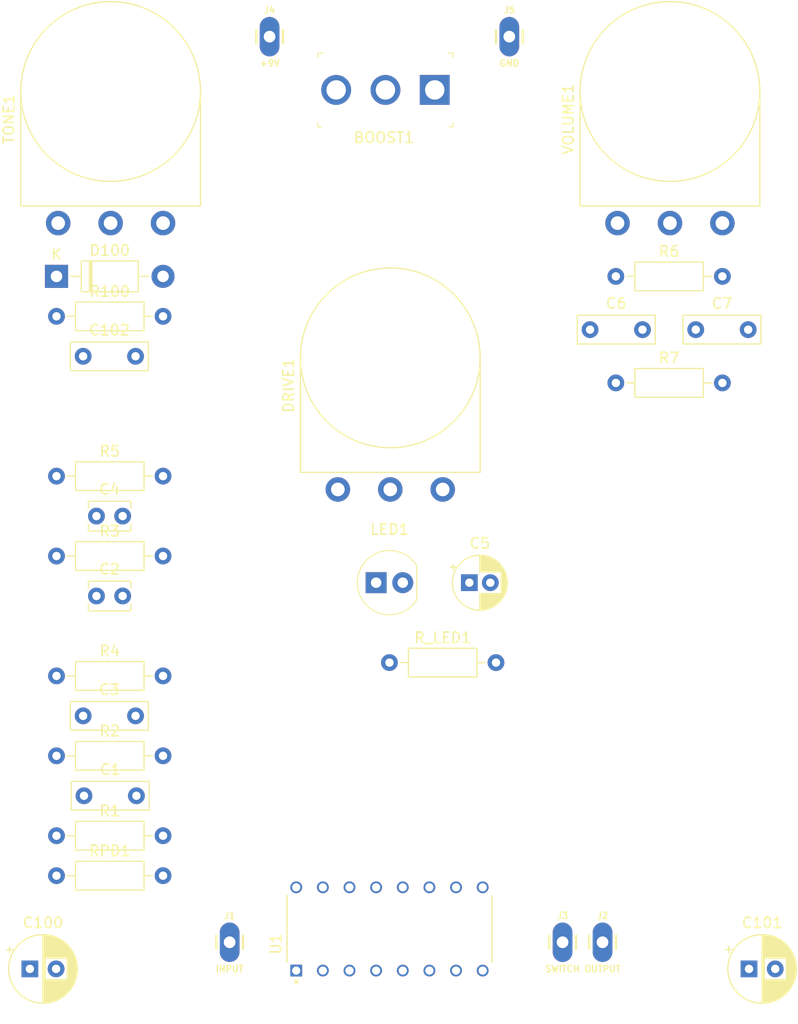
<source format=kicad_pcb>
(kicad_pcb (version 20171130) (host pcbnew "(5.1.12)-1")

  (general
    (thickness 1.6)
    (drawings 0)
    (tracks 0)
    (zones 0)
    (modules 32)
    (nets 25)
  )

  (page A4)
  (layers
    (0 F.Cu signal)
    (31 B.Cu signal)
    (32 B.Adhes user)
    (33 F.Adhes user)
    (34 B.Paste user)
    (35 F.Paste user)
    (36 B.SilkS user)
    (37 F.SilkS user)
    (38 B.Mask user)
    (39 F.Mask user)
    (40 Dwgs.User user)
    (41 Cmts.User user)
    (42 Eco1.User user)
    (43 Eco2.User user)
    (44 Edge.Cuts user)
    (45 Margin user)
    (46 B.CrtYd user)
    (47 F.CrtYd user)
    (48 B.Fab user)
    (49 F.Fab user)
  )

  (setup
    (last_trace_width 0.25)
    (trace_clearance 0.2)
    (zone_clearance 0.508)
    (zone_45_only no)
    (trace_min 0.2)
    (via_size 0.8)
    (via_drill 0.4)
    (via_min_size 0.4)
    (via_min_drill 0.3)
    (uvia_size 0.3)
    (uvia_drill 0.1)
    (uvias_allowed no)
    (uvia_min_size 0.2)
    (uvia_min_drill 0.1)
    (edge_width 0.05)
    (segment_width 0.2)
    (pcb_text_width 0.3)
    (pcb_text_size 1.5 1.5)
    (mod_edge_width 0.12)
    (mod_text_size 1 1)
    (mod_text_width 0.15)
    (pad_size 1.524 1.524)
    (pad_drill 0.762)
    (pad_to_mask_clearance 0)
    (aux_axis_origin 0 0)
    (visible_elements FFFFFF7F)
    (pcbplotparams
      (layerselection 0x010fc_ffffffff)
      (usegerberextensions false)
      (usegerberattributes true)
      (usegerberadvancedattributes true)
      (creategerberjobfile true)
      (excludeedgelayer true)
      (linewidth 0.100000)
      (plotframeref false)
      (viasonmask false)
      (mode 1)
      (useauxorigin false)
      (hpglpennumber 1)
      (hpglpenspeed 20)
      (hpglpendiameter 15.000000)
      (psnegative false)
      (psa4output false)
      (plotreference true)
      (plotvalue true)
      (plotinvisibletext false)
      (padsonsilk false)
      (subtractmaskfromsilk false)
      (outputformat 1)
      (mirror false)
      (drillshape 1)
      (scaleselection 1)
      (outputdirectory ""))
  )

  (net 0 "")
  (net 1 "Net-(BOOST1-Pad1)")
  (net 2 "Net-(BOOST1-Pad2)")
  (net 3 "Net-(BOOST1-Pad3)")
  (net 4 "Net-(C1-Pad1)")
  (net 5 "Net-(C1-Pad2)")
  (net 6 "Net-(C2-Pad2)")
  (net 7 9)
  (net 8 "Net-(C4-Pad1)")
  (net 9 "Net-(C5-Pad2)")
  (net 10 "Net-(C6-Pad2)")
  (net 11 GND)
  (net 12 "Net-(C7-Pad2)")
  (net 13 VCC)
  (net 14 "Net-(C102-Pad1)")
  (net 15 +9V)
  (net 16 "Net-(LED1-PadK)")
  (net 17 "Net-(TONE1-Pad2)")
  (net 18 "Net-(U1-Pad2)")
  (net 19 "Net-(U1-Pad4)")
  (net 20 "Net-(U1-Pad6)")
  (net 21 "Net-(U1-Pad12)")
  (net 22 "Net-(J1-Pad1)")
  (net 23 "Net-(J2-Pad1)")
  (net 24 "Net-(J3-Pad1)")

  (net_class Default "This is the default net class."
    (clearance 0.2)
    (trace_width 0.25)
    (via_dia 0.8)
    (via_drill 0.4)
    (uvia_dia 0.3)
    (uvia_drill 0.1)
    (add_net +9V)
    (add_net 9)
    (add_net GND)
    (add_net "Net-(BOOST1-Pad1)")
    (add_net "Net-(BOOST1-Pad2)")
    (add_net "Net-(BOOST1-Pad3)")
    (add_net "Net-(C1-Pad1)")
    (add_net "Net-(C1-Pad2)")
    (add_net "Net-(C102-Pad1)")
    (add_net "Net-(C2-Pad2)")
    (add_net "Net-(C4-Pad1)")
    (add_net "Net-(C5-Pad2)")
    (add_net "Net-(C6-Pad2)")
    (add_net "Net-(C7-Pad2)")
    (add_net "Net-(J1-Pad1)")
    (add_net "Net-(J2-Pad1)")
    (add_net "Net-(J3-Pad1)")
    (add_net "Net-(LED1-PadK)")
    (add_net "Net-(TONE1-Pad2)")
    (add_net "Net-(U1-Pad12)")
    (add_net "Net-(U1-Pad2)")
    (add_net "Net-(U1-Pad4)")
    (add_net "Net-(U1-Pad6)")
    (add_net VCC)
  )

  (module digikey-footprints:Toggle_Switch_100SP1T1B4M2QE (layer F.Cu) (tedit 5AF5CA0B) (tstamp 62510F7E)
    (at 156.72 63.5 180)
    (descr http://spec_sheets.e-switch.com/specs/T111597.pdf)
    (path /624E38A4)
    (fp_text reference BOOST1 (at 4.84 -4.55) (layer F.SilkS)
      (effects (font (size 1 1) (thickness 0.15)))
    )
    (fp_text value on-off-on (at 4.65 4.82) (layer F.Fab)
      (effects (font (size 1 1) (thickness 0.15)))
    )
    (fp_line (start -1.65 -3.43) (end 11.05 -3.43) (layer F.Fab) (width 0.1))
    (fp_line (start -1.65 3.43) (end 11.05 3.43) (layer F.Fab) (width 0.1))
    (fp_line (start -1.65 -3.43) (end -1.65 3.43) (layer F.Fab) (width 0.1))
    (fp_line (start 11.05 3.43) (end 11.05 -3.43) (layer F.Fab) (width 0.1))
    (fp_line (start 11.15 -3.525) (end 11.15 -3.175) (layer F.SilkS) (width 0.1))
    (fp_line (start 10.775 -3.525) (end 11.15 -3.525) (layer F.SilkS) (width 0.1))
    (fp_line (start -1.75 -3.525) (end -1.35 -3.525) (layer F.SilkS) (width 0.1))
    (fp_line (start -1.75 -3.525) (end -1.75 -3.15) (layer F.SilkS) (width 0.1))
    (fp_line (start -1.75 3.525) (end -1.75 3.1) (layer F.SilkS) (width 0.1))
    (fp_line (start -1.75 3.525) (end -1.3 3.525) (layer F.SilkS) (width 0.1))
    (fp_line (start 11.125 3.525) (end 10.675 3.525) (layer F.SilkS) (width 0.1))
    (fp_line (start 11.15 3.525) (end 11.15 3.1) (layer F.SilkS) (width 0.1))
    (fp_line (start -1.9 -3.68) (end 11.3 -3.68) (layer F.CrtYd) (width 0.05))
    (fp_line (start -1.9 3.68) (end -1.9 -3.68) (layer F.CrtYd) (width 0.05))
    (fp_line (start 11.3 3.68) (end -1.9 3.68) (layer F.CrtYd) (width 0.05))
    (fp_line (start 11.3 -3.68) (end 11.3 3.68) (layer F.CrtYd) (width 0.05))
    (fp_circle (center 4.7 0) (end 4.7 3.4) (layer F.Fab) (width 0.1))
    (fp_text user %R (at 4.7 0) (layer F.Fab)
      (effects (font (size 1 1) (thickness 0.15)))
    )
    (pad 1 thru_hole rect (at 0 0 180) (size 2.85 2.85) (drill 1.85) (layers *.Cu *.Mask)
      (net 1 "Net-(BOOST1-Pad1)"))
    (pad 2 thru_hole circle (at 4.7 0 180) (size 2.85 2.85) (drill 1.85) (layers *.Cu *.Mask)
      (net 2 "Net-(BOOST1-Pad2)"))
    (pad 3 thru_hole circle (at 9.4 0 180) (size 2.85 2.85) (drill 1.85) (layers *.Cu *.Mask)
      (net 3 "Net-(BOOST1-Pad3)"))
  )

  (module Capacitor_THT:C_Rect_L7.2mm_W2.5mm_P5.00mm_FKS2_FKP2_MKS2_MKP2 (layer F.Cu) (tedit 5AE50EF0) (tstamp 62510F91)
    (at 123.27 130.81)
    (descr "C, Rect series, Radial, pin pitch=5.00mm, , length*width=7.2*2.5mm^2, Capacitor, http://www.wima.com/EN/WIMA_FKS_2.pdf")
    (tags "C Rect series Radial pin pitch 5.00mm  length 7.2mm width 2.5mm Capacitor")
    (path /624DABAD)
    (fp_text reference C1 (at 2.5 -2.5) (layer F.SilkS)
      (effects (font (size 1 1) (thickness 0.15)))
    )
    (fp_text value 68nF (at 2.5 2.5) (layer F.Fab)
      (effects (font (size 1 1) (thickness 0.15)))
    )
    (fp_line (start 6.35 -1.5) (end -1.35 -1.5) (layer F.CrtYd) (width 0.05))
    (fp_line (start 6.35 1.5) (end 6.35 -1.5) (layer F.CrtYd) (width 0.05))
    (fp_line (start -1.35 1.5) (end 6.35 1.5) (layer F.CrtYd) (width 0.05))
    (fp_line (start -1.35 -1.5) (end -1.35 1.5) (layer F.CrtYd) (width 0.05))
    (fp_line (start 6.22 -1.37) (end 6.22 1.37) (layer F.SilkS) (width 0.12))
    (fp_line (start -1.22 -1.37) (end -1.22 1.37) (layer F.SilkS) (width 0.12))
    (fp_line (start -1.22 1.37) (end 6.22 1.37) (layer F.SilkS) (width 0.12))
    (fp_line (start -1.22 -1.37) (end 6.22 -1.37) (layer F.SilkS) (width 0.12))
    (fp_line (start 6.1 -1.25) (end -1.1 -1.25) (layer F.Fab) (width 0.1))
    (fp_line (start 6.1 1.25) (end 6.1 -1.25) (layer F.Fab) (width 0.1))
    (fp_line (start -1.1 1.25) (end 6.1 1.25) (layer F.Fab) (width 0.1))
    (fp_line (start -1.1 -1.25) (end -1.1 1.25) (layer F.Fab) (width 0.1))
    (fp_text user %R (at 2.5 0) (layer F.Fab)
      (effects (font (size 1 1) (thickness 0.15)))
    )
    (pad 1 thru_hole circle (at 0 0) (size 1.6 1.6) (drill 0.8) (layers *.Cu *.Mask)
      (net 4 "Net-(C1-Pad1)"))
    (pad 2 thru_hole circle (at 5 0) (size 1.6 1.6) (drill 0.8) (layers *.Cu *.Mask)
      (net 5 "Net-(C1-Pad2)"))
    (model ${KISYS3DMOD}/Capacitor_THT.3dshapes/C_Rect_L7.2mm_W2.5mm_P5.00mm_FKS2_FKP2_MKS2_MKP2.wrl
      (at (xyz 0 0 0))
      (scale (xyz 1 1 1))
      (rotate (xyz 0 0 0))
    )
  )

  (module Capacitor_THT:C_Disc_D3.8mm_W2.6mm_P2.50mm (layer F.Cu) (tedit 5AE50EF0) (tstamp 62512B5A)
    (at 124.46 111.76)
    (descr "C, Disc series, Radial, pin pitch=2.50mm, , diameter*width=3.8*2.6mm^2, Capacitor, http://www.vishay.com/docs/45233/krseries.pdf")
    (tags "C Disc series Radial pin pitch 2.50mm  diameter 3.8mm width 2.6mm Capacitor")
    (path /624DAC41)
    (fp_text reference C2 (at 1.25 -2.55) (layer F.SilkS)
      (effects (font (size 1 1) (thickness 0.15)))
    )
    (fp_text value 47pF (at 1.25 2.55) (layer F.Fab)
      (effects (font (size 1 1) (thickness 0.15)))
    )
    (fp_text user %R (at 1.25 0) (layer F.Fab)
      (effects (font (size 0.76 0.76) (thickness 0.114)))
    )
    (fp_line (start -0.65 -1.3) (end -0.65 1.3) (layer F.Fab) (width 0.1))
    (fp_line (start -0.65 1.3) (end 3.15 1.3) (layer F.Fab) (width 0.1))
    (fp_line (start 3.15 1.3) (end 3.15 -1.3) (layer F.Fab) (width 0.1))
    (fp_line (start 3.15 -1.3) (end -0.65 -1.3) (layer F.Fab) (width 0.1))
    (fp_line (start -0.77 -1.42) (end 3.27 -1.42) (layer F.SilkS) (width 0.12))
    (fp_line (start -0.77 1.42) (end 3.27 1.42) (layer F.SilkS) (width 0.12))
    (fp_line (start -0.77 -1.42) (end -0.77 -0.795) (layer F.SilkS) (width 0.12))
    (fp_line (start -0.77 0.795) (end -0.77 1.42) (layer F.SilkS) (width 0.12))
    (fp_line (start 3.27 -1.42) (end 3.27 -0.795) (layer F.SilkS) (width 0.12))
    (fp_line (start 3.27 0.795) (end 3.27 1.42) (layer F.SilkS) (width 0.12))
    (fp_line (start -1.05 -1.55) (end -1.05 1.55) (layer F.CrtYd) (width 0.05))
    (fp_line (start -1.05 1.55) (end 3.55 1.55) (layer F.CrtYd) (width 0.05))
    (fp_line (start 3.55 1.55) (end 3.55 -1.55) (layer F.CrtYd) (width 0.05))
    (fp_line (start 3.55 -1.55) (end -1.05 -1.55) (layer F.CrtYd) (width 0.05))
    (pad 2 thru_hole circle (at 2.5 0) (size 1.6 1.6) (drill 0.8) (layers *.Cu *.Mask)
      (net 6 "Net-(C2-Pad2)"))
    (pad 1 thru_hole circle (at 0 0) (size 1.6 1.6) (drill 0.8) (layers *.Cu *.Mask)
      (net 4 "Net-(C1-Pad1)"))
    (model ${KISYS3DMOD}/Capacitor_THT.3dshapes/C_Disc_D3.8mm_W2.6mm_P2.50mm.wrl
      (at (xyz 0 0 0))
      (scale (xyz 1 1 1))
      (rotate (xyz 0 0 0))
    )
  )

  (module Capacitor_THT:C_Rect_L7.2mm_W2.5mm_P5.00mm_FKS2_FKP2_MKS2_MKP2 (layer F.Cu) (tedit 5AE50EF0) (tstamp 62510FB9)
    (at 123.19 123.19)
    (descr "C, Rect series, Radial, pin pitch=5.00mm, , length*width=7.2*2.5mm^2, Capacitor, http://www.wima.com/EN/WIMA_FKS_2.pdf")
    (tags "C Rect series Radial pin pitch 5.00mm  length 7.2mm width 2.5mm Capacitor")
    (path /624DB18F)
    (fp_text reference C3 (at 2.5 -2.5) (layer F.SilkS)
      (effects (font (size 1 1) (thickness 0.15)))
    )
    (fp_text value 33nF (at 2.5 2.5) (layer F.Fab)
      (effects (font (size 1 1) (thickness 0.15)))
    )
    (fp_text user %R (at 2.5 0) (layer F.Fab)
      (effects (font (size 1 1) (thickness 0.15)))
    )
    (fp_line (start -1.1 -1.25) (end -1.1 1.25) (layer F.Fab) (width 0.1))
    (fp_line (start -1.1 1.25) (end 6.1 1.25) (layer F.Fab) (width 0.1))
    (fp_line (start 6.1 1.25) (end 6.1 -1.25) (layer F.Fab) (width 0.1))
    (fp_line (start 6.1 -1.25) (end -1.1 -1.25) (layer F.Fab) (width 0.1))
    (fp_line (start -1.22 -1.37) (end 6.22 -1.37) (layer F.SilkS) (width 0.12))
    (fp_line (start -1.22 1.37) (end 6.22 1.37) (layer F.SilkS) (width 0.12))
    (fp_line (start -1.22 -1.37) (end -1.22 1.37) (layer F.SilkS) (width 0.12))
    (fp_line (start 6.22 -1.37) (end 6.22 1.37) (layer F.SilkS) (width 0.12))
    (fp_line (start -1.35 -1.5) (end -1.35 1.5) (layer F.CrtYd) (width 0.05))
    (fp_line (start -1.35 1.5) (end 6.35 1.5) (layer F.CrtYd) (width 0.05))
    (fp_line (start 6.35 1.5) (end 6.35 -1.5) (layer F.CrtYd) (width 0.05))
    (fp_line (start 6.35 -1.5) (end -1.35 -1.5) (layer F.CrtYd) (width 0.05))
    (pad 2 thru_hole circle (at 5 0) (size 1.6 1.6) (drill 0.8) (layers *.Cu *.Mask)
      (net 7 9))
    (pad 1 thru_hole circle (at 0 0) (size 1.6 1.6) (drill 0.8) (layers *.Cu *.Mask)
      (net 6 "Net-(C2-Pad2)"))
    (model ${KISYS3DMOD}/Capacitor_THT.3dshapes/C_Rect_L7.2mm_W2.5mm_P5.00mm_FKS2_FKP2_MKS2_MKP2.wrl
      (at (xyz 0 0 0))
      (scale (xyz 1 1 1))
      (rotate (xyz 0 0 0))
    )
  )

  (module Capacitor_THT:C_Disc_D3.8mm_W2.6mm_P2.50mm (layer F.Cu) (tedit 5AE50EF0) (tstamp 62510FCE)
    (at 124.46 104.14)
    (descr "C, Disc series, Radial, pin pitch=2.50mm, , diameter*width=3.8*2.6mm^2, Capacitor, http://www.vishay.com/docs/45233/krseries.pdf")
    (tags "C Disc series Radial pin pitch 2.50mm  diameter 3.8mm width 2.6mm Capacitor")
    (path /624DB515)
    (fp_text reference C4 (at 1.25 -2.55) (layer F.SilkS)
      (effects (font (size 1 1) (thickness 0.15)))
    )
    (fp_text value 100pF (at 1.25 2.55) (layer F.Fab)
      (effects (font (size 1 1) (thickness 0.15)))
    )
    (fp_line (start 3.55 -1.55) (end -1.05 -1.55) (layer F.CrtYd) (width 0.05))
    (fp_line (start 3.55 1.55) (end 3.55 -1.55) (layer F.CrtYd) (width 0.05))
    (fp_line (start -1.05 1.55) (end 3.55 1.55) (layer F.CrtYd) (width 0.05))
    (fp_line (start -1.05 -1.55) (end -1.05 1.55) (layer F.CrtYd) (width 0.05))
    (fp_line (start 3.27 0.795) (end 3.27 1.42) (layer F.SilkS) (width 0.12))
    (fp_line (start 3.27 -1.42) (end 3.27 -0.795) (layer F.SilkS) (width 0.12))
    (fp_line (start -0.77 0.795) (end -0.77 1.42) (layer F.SilkS) (width 0.12))
    (fp_line (start -0.77 -1.42) (end -0.77 -0.795) (layer F.SilkS) (width 0.12))
    (fp_line (start -0.77 1.42) (end 3.27 1.42) (layer F.SilkS) (width 0.12))
    (fp_line (start -0.77 -1.42) (end 3.27 -1.42) (layer F.SilkS) (width 0.12))
    (fp_line (start 3.15 -1.3) (end -0.65 -1.3) (layer F.Fab) (width 0.1))
    (fp_line (start 3.15 1.3) (end 3.15 -1.3) (layer F.Fab) (width 0.1))
    (fp_line (start -0.65 1.3) (end 3.15 1.3) (layer F.Fab) (width 0.1))
    (fp_line (start -0.65 -1.3) (end -0.65 1.3) (layer F.Fab) (width 0.1))
    (fp_text user %R (at 1.25 0) (layer F.Fab)
      (effects (font (size 0.76 0.76) (thickness 0.114)))
    )
    (pad 1 thru_hole circle (at 0 0) (size 1.6 1.6) (drill 0.8) (layers *.Cu *.Mask)
      (net 8 "Net-(C4-Pad1)"))
    (pad 2 thru_hole circle (at 2.5 0) (size 1.6 1.6) (drill 0.8) (layers *.Cu *.Mask)
      (net 7 9))
    (model ${KISYS3DMOD}/Capacitor_THT.3dshapes/C_Disc_D3.8mm_W2.6mm_P2.50mm.wrl
      (at (xyz 0 0 0))
      (scale (xyz 1 1 1))
      (rotate (xyz 0 0 0))
    )
  )

  (module Capacitor_THT:CP_Radial_D5.0mm_P2.00mm (layer F.Cu) (tedit 5AE50EF0) (tstamp 62511051)
    (at 160.02 110.49)
    (descr "CP, Radial series, Radial, pin pitch=2.00mm, , diameter=5mm, Electrolytic Capacitor")
    (tags "CP Radial series Radial pin pitch 2.00mm  diameter 5mm Electrolytic Capacitor")
    (path /625E0380)
    (fp_text reference C5 (at 1 -3.75) (layer F.SilkS)
      (effects (font (size 1 1) (thickness 0.15)))
    )
    (fp_text value 10uF (at 1 3.75) (layer F.Fab)
      (effects (font (size 1 1) (thickness 0.15)))
    )
    (fp_line (start -1.554775 -1.725) (end -1.554775 -1.225) (layer F.SilkS) (width 0.12))
    (fp_line (start -1.804775 -1.475) (end -1.304775 -1.475) (layer F.SilkS) (width 0.12))
    (fp_line (start 3.601 -0.284) (end 3.601 0.284) (layer F.SilkS) (width 0.12))
    (fp_line (start 3.561 -0.518) (end 3.561 0.518) (layer F.SilkS) (width 0.12))
    (fp_line (start 3.521 -0.677) (end 3.521 0.677) (layer F.SilkS) (width 0.12))
    (fp_line (start 3.481 -0.805) (end 3.481 0.805) (layer F.SilkS) (width 0.12))
    (fp_line (start 3.441 -0.915) (end 3.441 0.915) (layer F.SilkS) (width 0.12))
    (fp_line (start 3.401 -1.011) (end 3.401 1.011) (layer F.SilkS) (width 0.12))
    (fp_line (start 3.361 -1.098) (end 3.361 1.098) (layer F.SilkS) (width 0.12))
    (fp_line (start 3.321 -1.178) (end 3.321 1.178) (layer F.SilkS) (width 0.12))
    (fp_line (start 3.281 -1.251) (end 3.281 1.251) (layer F.SilkS) (width 0.12))
    (fp_line (start 3.241 -1.319) (end 3.241 1.319) (layer F.SilkS) (width 0.12))
    (fp_line (start 3.201 -1.383) (end 3.201 1.383) (layer F.SilkS) (width 0.12))
    (fp_line (start 3.161 -1.443) (end 3.161 1.443) (layer F.SilkS) (width 0.12))
    (fp_line (start 3.121 -1.5) (end 3.121 1.5) (layer F.SilkS) (width 0.12))
    (fp_line (start 3.081 -1.554) (end 3.081 1.554) (layer F.SilkS) (width 0.12))
    (fp_line (start 3.041 -1.605) (end 3.041 1.605) (layer F.SilkS) (width 0.12))
    (fp_line (start 3.001 1.04) (end 3.001 1.653) (layer F.SilkS) (width 0.12))
    (fp_line (start 3.001 -1.653) (end 3.001 -1.04) (layer F.SilkS) (width 0.12))
    (fp_line (start 2.961 1.04) (end 2.961 1.699) (layer F.SilkS) (width 0.12))
    (fp_line (start 2.961 -1.699) (end 2.961 -1.04) (layer F.SilkS) (width 0.12))
    (fp_line (start 2.921 1.04) (end 2.921 1.743) (layer F.SilkS) (width 0.12))
    (fp_line (start 2.921 -1.743) (end 2.921 -1.04) (layer F.SilkS) (width 0.12))
    (fp_line (start 2.881 1.04) (end 2.881 1.785) (layer F.SilkS) (width 0.12))
    (fp_line (start 2.881 -1.785) (end 2.881 -1.04) (layer F.SilkS) (width 0.12))
    (fp_line (start 2.841 1.04) (end 2.841 1.826) (layer F.SilkS) (width 0.12))
    (fp_line (start 2.841 -1.826) (end 2.841 -1.04) (layer F.SilkS) (width 0.12))
    (fp_line (start 2.801 1.04) (end 2.801 1.864) (layer F.SilkS) (width 0.12))
    (fp_line (start 2.801 -1.864) (end 2.801 -1.04) (layer F.SilkS) (width 0.12))
    (fp_line (start 2.761 1.04) (end 2.761 1.901) (layer F.SilkS) (width 0.12))
    (fp_line (start 2.761 -1.901) (end 2.761 -1.04) (layer F.SilkS) (width 0.12))
    (fp_line (start 2.721 1.04) (end 2.721 1.937) (layer F.SilkS) (width 0.12))
    (fp_line (start 2.721 -1.937) (end 2.721 -1.04) (layer F.SilkS) (width 0.12))
    (fp_line (start 2.681 1.04) (end 2.681 1.971) (layer F.SilkS) (width 0.12))
    (fp_line (start 2.681 -1.971) (end 2.681 -1.04) (layer F.SilkS) (width 0.12))
    (fp_line (start 2.641 1.04) (end 2.641 2.004) (layer F.SilkS) (width 0.12))
    (fp_line (start 2.641 -2.004) (end 2.641 -1.04) (layer F.SilkS) (width 0.12))
    (fp_line (start 2.601 1.04) (end 2.601 2.035) (layer F.SilkS) (width 0.12))
    (fp_line (start 2.601 -2.035) (end 2.601 -1.04) (layer F.SilkS) (width 0.12))
    (fp_line (start 2.561 1.04) (end 2.561 2.065) (layer F.SilkS) (width 0.12))
    (fp_line (start 2.561 -2.065) (end 2.561 -1.04) (layer F.SilkS) (width 0.12))
    (fp_line (start 2.521 1.04) (end 2.521 2.095) (layer F.SilkS) (width 0.12))
    (fp_line (start 2.521 -2.095) (end 2.521 -1.04) (layer F.SilkS) (width 0.12))
    (fp_line (start 2.481 1.04) (end 2.481 2.122) (layer F.SilkS) (width 0.12))
    (fp_line (start 2.481 -2.122) (end 2.481 -1.04) (layer F.SilkS) (width 0.12))
    (fp_line (start 2.441 1.04) (end 2.441 2.149) (layer F.SilkS) (width 0.12))
    (fp_line (start 2.441 -2.149) (end 2.441 -1.04) (layer F.SilkS) (width 0.12))
    (fp_line (start 2.401 1.04) (end 2.401 2.175) (layer F.SilkS) (width 0.12))
    (fp_line (start 2.401 -2.175) (end 2.401 -1.04) (layer F.SilkS) (width 0.12))
    (fp_line (start 2.361 1.04) (end 2.361 2.2) (layer F.SilkS) (width 0.12))
    (fp_line (start 2.361 -2.2) (end 2.361 -1.04) (layer F.SilkS) (width 0.12))
    (fp_line (start 2.321 1.04) (end 2.321 2.224) (layer F.SilkS) (width 0.12))
    (fp_line (start 2.321 -2.224) (end 2.321 -1.04) (layer F.SilkS) (width 0.12))
    (fp_line (start 2.281 1.04) (end 2.281 2.247) (layer F.SilkS) (width 0.12))
    (fp_line (start 2.281 -2.247) (end 2.281 -1.04) (layer F.SilkS) (width 0.12))
    (fp_line (start 2.241 1.04) (end 2.241 2.268) (layer F.SilkS) (width 0.12))
    (fp_line (start 2.241 -2.268) (end 2.241 -1.04) (layer F.SilkS) (width 0.12))
    (fp_line (start 2.201 1.04) (end 2.201 2.29) (layer F.SilkS) (width 0.12))
    (fp_line (start 2.201 -2.29) (end 2.201 -1.04) (layer F.SilkS) (width 0.12))
    (fp_line (start 2.161 1.04) (end 2.161 2.31) (layer F.SilkS) (width 0.12))
    (fp_line (start 2.161 -2.31) (end 2.161 -1.04) (layer F.SilkS) (width 0.12))
    (fp_line (start 2.121 1.04) (end 2.121 2.329) (layer F.SilkS) (width 0.12))
    (fp_line (start 2.121 -2.329) (end 2.121 -1.04) (layer F.SilkS) (width 0.12))
    (fp_line (start 2.081 1.04) (end 2.081 2.348) (layer F.SilkS) (width 0.12))
    (fp_line (start 2.081 -2.348) (end 2.081 -1.04) (layer F.SilkS) (width 0.12))
    (fp_line (start 2.041 1.04) (end 2.041 2.365) (layer F.SilkS) (width 0.12))
    (fp_line (start 2.041 -2.365) (end 2.041 -1.04) (layer F.SilkS) (width 0.12))
    (fp_line (start 2.001 1.04) (end 2.001 2.382) (layer F.SilkS) (width 0.12))
    (fp_line (start 2.001 -2.382) (end 2.001 -1.04) (layer F.SilkS) (width 0.12))
    (fp_line (start 1.961 1.04) (end 1.961 2.398) (layer F.SilkS) (width 0.12))
    (fp_line (start 1.961 -2.398) (end 1.961 -1.04) (layer F.SilkS) (width 0.12))
    (fp_line (start 1.921 1.04) (end 1.921 2.414) (layer F.SilkS) (width 0.12))
    (fp_line (start 1.921 -2.414) (end 1.921 -1.04) (layer F.SilkS) (width 0.12))
    (fp_line (start 1.881 1.04) (end 1.881 2.428) (layer F.SilkS) (width 0.12))
    (fp_line (start 1.881 -2.428) (end 1.881 -1.04) (layer F.SilkS) (width 0.12))
    (fp_line (start 1.841 1.04) (end 1.841 2.442) (layer F.SilkS) (width 0.12))
    (fp_line (start 1.841 -2.442) (end 1.841 -1.04) (layer F.SilkS) (width 0.12))
    (fp_line (start 1.801 1.04) (end 1.801 2.455) (layer F.SilkS) (width 0.12))
    (fp_line (start 1.801 -2.455) (end 1.801 -1.04) (layer F.SilkS) (width 0.12))
    (fp_line (start 1.761 1.04) (end 1.761 2.468) (layer F.SilkS) (width 0.12))
    (fp_line (start 1.761 -2.468) (end 1.761 -1.04) (layer F.SilkS) (width 0.12))
    (fp_line (start 1.721 1.04) (end 1.721 2.48) (layer F.SilkS) (width 0.12))
    (fp_line (start 1.721 -2.48) (end 1.721 -1.04) (layer F.SilkS) (width 0.12))
    (fp_line (start 1.68 1.04) (end 1.68 2.491) (layer F.SilkS) (width 0.12))
    (fp_line (start 1.68 -2.491) (end 1.68 -1.04) (layer F.SilkS) (width 0.12))
    (fp_line (start 1.64 1.04) (end 1.64 2.501) (layer F.SilkS) (width 0.12))
    (fp_line (start 1.64 -2.501) (end 1.64 -1.04) (layer F.SilkS) (width 0.12))
    (fp_line (start 1.6 1.04) (end 1.6 2.511) (layer F.SilkS) (width 0.12))
    (fp_line (start 1.6 -2.511) (end 1.6 -1.04) (layer F.SilkS) (width 0.12))
    (fp_line (start 1.56 1.04) (end 1.56 2.52) (layer F.SilkS) (width 0.12))
    (fp_line (start 1.56 -2.52) (end 1.56 -1.04) (layer F.SilkS) (width 0.12))
    (fp_line (start 1.52 1.04) (end 1.52 2.528) (layer F.SilkS) (width 0.12))
    (fp_line (start 1.52 -2.528) (end 1.52 -1.04) (layer F.SilkS) (width 0.12))
    (fp_line (start 1.48 1.04) (end 1.48 2.536) (layer F.SilkS) (width 0.12))
    (fp_line (start 1.48 -2.536) (end 1.48 -1.04) (layer F.SilkS) (width 0.12))
    (fp_line (start 1.44 1.04) (end 1.44 2.543) (layer F.SilkS) (width 0.12))
    (fp_line (start 1.44 -2.543) (end 1.44 -1.04) (layer F.SilkS) (width 0.12))
    (fp_line (start 1.4 1.04) (end 1.4 2.55) (layer F.SilkS) (width 0.12))
    (fp_line (start 1.4 -2.55) (end 1.4 -1.04) (layer F.SilkS) (width 0.12))
    (fp_line (start 1.36 1.04) (end 1.36 2.556) (layer F.SilkS) (width 0.12))
    (fp_line (start 1.36 -2.556) (end 1.36 -1.04) (layer F.SilkS) (width 0.12))
    (fp_line (start 1.32 1.04) (end 1.32 2.561) (layer F.SilkS) (width 0.12))
    (fp_line (start 1.32 -2.561) (end 1.32 -1.04) (layer F.SilkS) (width 0.12))
    (fp_line (start 1.28 1.04) (end 1.28 2.565) (layer F.SilkS) (width 0.12))
    (fp_line (start 1.28 -2.565) (end 1.28 -1.04) (layer F.SilkS) (width 0.12))
    (fp_line (start 1.24 1.04) (end 1.24 2.569) (layer F.SilkS) (width 0.12))
    (fp_line (start 1.24 -2.569) (end 1.24 -1.04) (layer F.SilkS) (width 0.12))
    (fp_line (start 1.2 1.04) (end 1.2 2.573) (layer F.SilkS) (width 0.12))
    (fp_line (start 1.2 -2.573) (end 1.2 -1.04) (layer F.SilkS) (width 0.12))
    (fp_line (start 1.16 1.04) (end 1.16 2.576) (layer F.SilkS) (width 0.12))
    (fp_line (start 1.16 -2.576) (end 1.16 -1.04) (layer F.SilkS) (width 0.12))
    (fp_line (start 1.12 1.04) (end 1.12 2.578) (layer F.SilkS) (width 0.12))
    (fp_line (start 1.12 -2.578) (end 1.12 -1.04) (layer F.SilkS) (width 0.12))
    (fp_line (start 1.08 1.04) (end 1.08 2.579) (layer F.SilkS) (width 0.12))
    (fp_line (start 1.08 -2.579) (end 1.08 -1.04) (layer F.SilkS) (width 0.12))
    (fp_line (start 1.04 -2.58) (end 1.04 -1.04) (layer F.SilkS) (width 0.12))
    (fp_line (start 1.04 1.04) (end 1.04 2.58) (layer F.SilkS) (width 0.12))
    (fp_line (start 1 -2.58) (end 1 -1.04) (layer F.SilkS) (width 0.12))
    (fp_line (start 1 1.04) (end 1 2.58) (layer F.SilkS) (width 0.12))
    (fp_line (start -0.883605 -1.3375) (end -0.883605 -0.8375) (layer F.Fab) (width 0.1))
    (fp_line (start -1.133605 -1.0875) (end -0.633605 -1.0875) (layer F.Fab) (width 0.1))
    (fp_circle (center 1 0) (end 3.75 0) (layer F.CrtYd) (width 0.05))
    (fp_circle (center 1 0) (end 3.62 0) (layer F.SilkS) (width 0.12))
    (fp_circle (center 1 0) (end 3.5 0) (layer F.Fab) (width 0.1))
    (fp_text user %R (at 1 0) (layer F.Fab)
      (effects (font (size 1 1) (thickness 0.15)))
    )
    (pad 1 thru_hole rect (at 0 0) (size 1.6 1.6) (drill 0.8) (layers *.Cu *.Mask)
      (net 8 "Net-(C4-Pad1)"))
    (pad 2 thru_hole circle (at 2 0) (size 1.6 1.6) (drill 0.8) (layers *.Cu *.Mask)
      (net 9 "Net-(C5-Pad2)"))
    (model ${KISYS3DMOD}/Capacitor_THT.3dshapes/CP_Radial_D5.0mm_P2.00mm.wrl
      (at (xyz 0 0 0))
      (scale (xyz 1 1 1))
      (rotate (xyz 0 0 0))
    )
  )

  (module Capacitor_THT:C_Rect_L7.2mm_W2.5mm_P5.00mm_FKS2_FKP2_MKS2_MKP2 (layer F.Cu) (tedit 5AE50EF0) (tstamp 62511064)
    (at 171.53 86.36)
    (descr "C, Rect series, Radial, pin pitch=5.00mm, , length*width=7.2*2.5mm^2, Capacitor, http://www.wima.com/EN/WIMA_FKS_2.pdf")
    (tags "C Rect series Radial pin pitch 5.00mm  length 7.2mm width 2.5mm Capacitor")
    (path /6251561E)
    (fp_text reference C6 (at 2.5 -2.5) (layer F.SilkS)
      (effects (font (size 1 1) (thickness 0.15)))
    )
    (fp_text value 22nF (at 2.5 2.5) (layer F.Fab)
      (effects (font (size 1 1) (thickness 0.15)))
    )
    (fp_text user %R (at 2.5 0) (layer F.Fab)
      (effects (font (size 1 1) (thickness 0.15)))
    )
    (fp_line (start -1.1 -1.25) (end -1.1 1.25) (layer F.Fab) (width 0.1))
    (fp_line (start -1.1 1.25) (end 6.1 1.25) (layer F.Fab) (width 0.1))
    (fp_line (start 6.1 1.25) (end 6.1 -1.25) (layer F.Fab) (width 0.1))
    (fp_line (start 6.1 -1.25) (end -1.1 -1.25) (layer F.Fab) (width 0.1))
    (fp_line (start -1.22 -1.37) (end 6.22 -1.37) (layer F.SilkS) (width 0.12))
    (fp_line (start -1.22 1.37) (end 6.22 1.37) (layer F.SilkS) (width 0.12))
    (fp_line (start -1.22 -1.37) (end -1.22 1.37) (layer F.SilkS) (width 0.12))
    (fp_line (start 6.22 -1.37) (end 6.22 1.37) (layer F.SilkS) (width 0.12))
    (fp_line (start -1.35 -1.5) (end -1.35 1.5) (layer F.CrtYd) (width 0.05))
    (fp_line (start -1.35 1.5) (end 6.35 1.5) (layer F.CrtYd) (width 0.05))
    (fp_line (start 6.35 1.5) (end 6.35 -1.5) (layer F.CrtYd) (width 0.05))
    (fp_line (start 6.35 -1.5) (end -1.35 -1.5) (layer F.CrtYd) (width 0.05))
    (pad 2 thru_hole circle (at 5 0) (size 1.6 1.6) (drill 0.8) (layers *.Cu *.Mask)
      (net 10 "Net-(C6-Pad2)"))
    (pad 1 thru_hole circle (at 0 0) (size 1.6 1.6) (drill 0.8) (layers *.Cu *.Mask)
      (net 9 "Net-(C5-Pad2)"))
    (model ${KISYS3DMOD}/Capacitor_THT.3dshapes/C_Rect_L7.2mm_W2.5mm_P5.00mm_FKS2_FKP2_MKS2_MKP2.wrl
      (at (xyz 0 0 0))
      (scale (xyz 1 1 1))
      (rotate (xyz 0 0 0))
    )
  )

  (module Capacitor_THT:C_Rect_L7.2mm_W2.5mm_P5.00mm_FKS2_FKP2_MKS2_MKP2 (layer F.Cu) (tedit 5AE50EF0) (tstamp 62511077)
    (at 181.61 86.36)
    (descr "C, Rect series, Radial, pin pitch=5.00mm, , length*width=7.2*2.5mm^2, Capacitor, http://www.wima.com/EN/WIMA_FKS_2.pdf")
    (tags "C Rect series Radial pin pitch 5.00mm  length 7.2mm width 2.5mm Capacitor")
    (path /626090E8)
    (fp_text reference C7 (at 2.5 -2.5) (layer F.SilkS)
      (effects (font (size 1 1) (thickness 0.15)))
    )
    (fp_text value 22nF (at 2.5 2.5) (layer F.Fab)
      (effects (font (size 1 1) (thickness 0.15)))
    )
    (fp_line (start 6.35 -1.5) (end -1.35 -1.5) (layer F.CrtYd) (width 0.05))
    (fp_line (start 6.35 1.5) (end 6.35 -1.5) (layer F.CrtYd) (width 0.05))
    (fp_line (start -1.35 1.5) (end 6.35 1.5) (layer F.CrtYd) (width 0.05))
    (fp_line (start -1.35 -1.5) (end -1.35 1.5) (layer F.CrtYd) (width 0.05))
    (fp_line (start 6.22 -1.37) (end 6.22 1.37) (layer F.SilkS) (width 0.12))
    (fp_line (start -1.22 -1.37) (end -1.22 1.37) (layer F.SilkS) (width 0.12))
    (fp_line (start -1.22 1.37) (end 6.22 1.37) (layer F.SilkS) (width 0.12))
    (fp_line (start -1.22 -1.37) (end 6.22 -1.37) (layer F.SilkS) (width 0.12))
    (fp_line (start 6.1 -1.25) (end -1.1 -1.25) (layer F.Fab) (width 0.1))
    (fp_line (start 6.1 1.25) (end 6.1 -1.25) (layer F.Fab) (width 0.1))
    (fp_line (start -1.1 1.25) (end 6.1 1.25) (layer F.Fab) (width 0.1))
    (fp_line (start -1.1 -1.25) (end -1.1 1.25) (layer F.Fab) (width 0.1))
    (fp_text user %R (at 2.5 0) (layer F.Fab)
      (effects (font (size 1 1) (thickness 0.15)))
    )
    (pad 1 thru_hole circle (at 0 0) (size 1.6 1.6) (drill 0.8) (layers *.Cu *.Mask)
      (net 11 GND))
    (pad 2 thru_hole circle (at 5 0) (size 1.6 1.6) (drill 0.8) (layers *.Cu *.Mask)
      (net 12 "Net-(C7-Pad2)"))
    (model ${KISYS3DMOD}/Capacitor_THT.3dshapes/C_Rect_L7.2mm_W2.5mm_P5.00mm_FKS2_FKP2_MKS2_MKP2.wrl
      (at (xyz 0 0 0))
      (scale (xyz 1 1 1))
      (rotate (xyz 0 0 0))
    )
  )

  (module Capacitor_THT:CP_Radial_D6.3mm_P2.50mm (layer F.Cu) (tedit 5AE50EF0) (tstamp 6251110B)
    (at 118.11 147.32)
    (descr "CP, Radial series, Radial, pin pitch=2.50mm, , diameter=6.3mm, Electrolytic Capacitor")
    (tags "CP Radial series Radial pin pitch 2.50mm  diameter 6.3mm Electrolytic Capacitor")
    (path /624F7B3F)
    (fp_text reference C100 (at 1.25 -4.4) (layer F.SilkS)
      (effects (font (size 1 1) (thickness 0.15)))
    )
    (fp_text value 220uF (at 1.25 4.4) (layer F.Fab)
      (effects (font (size 1 1) (thickness 0.15)))
    )
    (fp_text user %R (at 1.25 0) (layer F.Fab)
      (effects (font (size 1 1) (thickness 0.15)))
    )
    (fp_circle (center 1.25 0) (end 4.4 0) (layer F.Fab) (width 0.1))
    (fp_circle (center 1.25 0) (end 4.52 0) (layer F.SilkS) (width 0.12))
    (fp_circle (center 1.25 0) (end 4.65 0) (layer F.CrtYd) (width 0.05))
    (fp_line (start -1.443972 -1.3735) (end -0.813972 -1.3735) (layer F.Fab) (width 0.1))
    (fp_line (start -1.128972 -1.6885) (end -1.128972 -1.0585) (layer F.Fab) (width 0.1))
    (fp_line (start 1.25 -3.23) (end 1.25 3.23) (layer F.SilkS) (width 0.12))
    (fp_line (start 1.29 -3.23) (end 1.29 3.23) (layer F.SilkS) (width 0.12))
    (fp_line (start 1.33 -3.23) (end 1.33 3.23) (layer F.SilkS) (width 0.12))
    (fp_line (start 1.37 -3.228) (end 1.37 3.228) (layer F.SilkS) (width 0.12))
    (fp_line (start 1.41 -3.227) (end 1.41 3.227) (layer F.SilkS) (width 0.12))
    (fp_line (start 1.45 -3.224) (end 1.45 3.224) (layer F.SilkS) (width 0.12))
    (fp_line (start 1.49 -3.222) (end 1.49 -1.04) (layer F.SilkS) (width 0.12))
    (fp_line (start 1.49 1.04) (end 1.49 3.222) (layer F.SilkS) (width 0.12))
    (fp_line (start 1.53 -3.218) (end 1.53 -1.04) (layer F.SilkS) (width 0.12))
    (fp_line (start 1.53 1.04) (end 1.53 3.218) (layer F.SilkS) (width 0.12))
    (fp_line (start 1.57 -3.215) (end 1.57 -1.04) (layer F.SilkS) (width 0.12))
    (fp_line (start 1.57 1.04) (end 1.57 3.215) (layer F.SilkS) (width 0.12))
    (fp_line (start 1.61 -3.211) (end 1.61 -1.04) (layer F.SilkS) (width 0.12))
    (fp_line (start 1.61 1.04) (end 1.61 3.211) (layer F.SilkS) (width 0.12))
    (fp_line (start 1.65 -3.206) (end 1.65 -1.04) (layer F.SilkS) (width 0.12))
    (fp_line (start 1.65 1.04) (end 1.65 3.206) (layer F.SilkS) (width 0.12))
    (fp_line (start 1.69 -3.201) (end 1.69 -1.04) (layer F.SilkS) (width 0.12))
    (fp_line (start 1.69 1.04) (end 1.69 3.201) (layer F.SilkS) (width 0.12))
    (fp_line (start 1.73 -3.195) (end 1.73 -1.04) (layer F.SilkS) (width 0.12))
    (fp_line (start 1.73 1.04) (end 1.73 3.195) (layer F.SilkS) (width 0.12))
    (fp_line (start 1.77 -3.189) (end 1.77 -1.04) (layer F.SilkS) (width 0.12))
    (fp_line (start 1.77 1.04) (end 1.77 3.189) (layer F.SilkS) (width 0.12))
    (fp_line (start 1.81 -3.182) (end 1.81 -1.04) (layer F.SilkS) (width 0.12))
    (fp_line (start 1.81 1.04) (end 1.81 3.182) (layer F.SilkS) (width 0.12))
    (fp_line (start 1.85 -3.175) (end 1.85 -1.04) (layer F.SilkS) (width 0.12))
    (fp_line (start 1.85 1.04) (end 1.85 3.175) (layer F.SilkS) (width 0.12))
    (fp_line (start 1.89 -3.167) (end 1.89 -1.04) (layer F.SilkS) (width 0.12))
    (fp_line (start 1.89 1.04) (end 1.89 3.167) (layer F.SilkS) (width 0.12))
    (fp_line (start 1.93 -3.159) (end 1.93 -1.04) (layer F.SilkS) (width 0.12))
    (fp_line (start 1.93 1.04) (end 1.93 3.159) (layer F.SilkS) (width 0.12))
    (fp_line (start 1.971 -3.15) (end 1.971 -1.04) (layer F.SilkS) (width 0.12))
    (fp_line (start 1.971 1.04) (end 1.971 3.15) (layer F.SilkS) (width 0.12))
    (fp_line (start 2.011 -3.141) (end 2.011 -1.04) (layer F.SilkS) (width 0.12))
    (fp_line (start 2.011 1.04) (end 2.011 3.141) (layer F.SilkS) (width 0.12))
    (fp_line (start 2.051 -3.131) (end 2.051 -1.04) (layer F.SilkS) (width 0.12))
    (fp_line (start 2.051 1.04) (end 2.051 3.131) (layer F.SilkS) (width 0.12))
    (fp_line (start 2.091 -3.121) (end 2.091 -1.04) (layer F.SilkS) (width 0.12))
    (fp_line (start 2.091 1.04) (end 2.091 3.121) (layer F.SilkS) (width 0.12))
    (fp_line (start 2.131 -3.11) (end 2.131 -1.04) (layer F.SilkS) (width 0.12))
    (fp_line (start 2.131 1.04) (end 2.131 3.11) (layer F.SilkS) (width 0.12))
    (fp_line (start 2.171 -3.098) (end 2.171 -1.04) (layer F.SilkS) (width 0.12))
    (fp_line (start 2.171 1.04) (end 2.171 3.098) (layer F.SilkS) (width 0.12))
    (fp_line (start 2.211 -3.086) (end 2.211 -1.04) (layer F.SilkS) (width 0.12))
    (fp_line (start 2.211 1.04) (end 2.211 3.086) (layer F.SilkS) (width 0.12))
    (fp_line (start 2.251 -3.074) (end 2.251 -1.04) (layer F.SilkS) (width 0.12))
    (fp_line (start 2.251 1.04) (end 2.251 3.074) (layer F.SilkS) (width 0.12))
    (fp_line (start 2.291 -3.061) (end 2.291 -1.04) (layer F.SilkS) (width 0.12))
    (fp_line (start 2.291 1.04) (end 2.291 3.061) (layer F.SilkS) (width 0.12))
    (fp_line (start 2.331 -3.047) (end 2.331 -1.04) (layer F.SilkS) (width 0.12))
    (fp_line (start 2.331 1.04) (end 2.331 3.047) (layer F.SilkS) (width 0.12))
    (fp_line (start 2.371 -3.033) (end 2.371 -1.04) (layer F.SilkS) (width 0.12))
    (fp_line (start 2.371 1.04) (end 2.371 3.033) (layer F.SilkS) (width 0.12))
    (fp_line (start 2.411 -3.018) (end 2.411 -1.04) (layer F.SilkS) (width 0.12))
    (fp_line (start 2.411 1.04) (end 2.411 3.018) (layer F.SilkS) (width 0.12))
    (fp_line (start 2.451 -3.002) (end 2.451 -1.04) (layer F.SilkS) (width 0.12))
    (fp_line (start 2.451 1.04) (end 2.451 3.002) (layer F.SilkS) (width 0.12))
    (fp_line (start 2.491 -2.986) (end 2.491 -1.04) (layer F.SilkS) (width 0.12))
    (fp_line (start 2.491 1.04) (end 2.491 2.986) (layer F.SilkS) (width 0.12))
    (fp_line (start 2.531 -2.97) (end 2.531 -1.04) (layer F.SilkS) (width 0.12))
    (fp_line (start 2.531 1.04) (end 2.531 2.97) (layer F.SilkS) (width 0.12))
    (fp_line (start 2.571 -2.952) (end 2.571 -1.04) (layer F.SilkS) (width 0.12))
    (fp_line (start 2.571 1.04) (end 2.571 2.952) (layer F.SilkS) (width 0.12))
    (fp_line (start 2.611 -2.934) (end 2.611 -1.04) (layer F.SilkS) (width 0.12))
    (fp_line (start 2.611 1.04) (end 2.611 2.934) (layer F.SilkS) (width 0.12))
    (fp_line (start 2.651 -2.916) (end 2.651 -1.04) (layer F.SilkS) (width 0.12))
    (fp_line (start 2.651 1.04) (end 2.651 2.916) (layer F.SilkS) (width 0.12))
    (fp_line (start 2.691 -2.896) (end 2.691 -1.04) (layer F.SilkS) (width 0.12))
    (fp_line (start 2.691 1.04) (end 2.691 2.896) (layer F.SilkS) (width 0.12))
    (fp_line (start 2.731 -2.876) (end 2.731 -1.04) (layer F.SilkS) (width 0.12))
    (fp_line (start 2.731 1.04) (end 2.731 2.876) (layer F.SilkS) (width 0.12))
    (fp_line (start 2.771 -2.856) (end 2.771 -1.04) (layer F.SilkS) (width 0.12))
    (fp_line (start 2.771 1.04) (end 2.771 2.856) (layer F.SilkS) (width 0.12))
    (fp_line (start 2.811 -2.834) (end 2.811 -1.04) (layer F.SilkS) (width 0.12))
    (fp_line (start 2.811 1.04) (end 2.811 2.834) (layer F.SilkS) (width 0.12))
    (fp_line (start 2.851 -2.812) (end 2.851 -1.04) (layer F.SilkS) (width 0.12))
    (fp_line (start 2.851 1.04) (end 2.851 2.812) (layer F.SilkS) (width 0.12))
    (fp_line (start 2.891 -2.79) (end 2.891 -1.04) (layer F.SilkS) (width 0.12))
    (fp_line (start 2.891 1.04) (end 2.891 2.79) (layer F.SilkS) (width 0.12))
    (fp_line (start 2.931 -2.766) (end 2.931 -1.04) (layer F.SilkS) (width 0.12))
    (fp_line (start 2.931 1.04) (end 2.931 2.766) (layer F.SilkS) (width 0.12))
    (fp_line (start 2.971 -2.742) (end 2.971 -1.04) (layer F.SilkS) (width 0.12))
    (fp_line (start 2.971 1.04) (end 2.971 2.742) (layer F.SilkS) (width 0.12))
    (fp_line (start 3.011 -2.716) (end 3.011 -1.04) (layer F.SilkS) (width 0.12))
    (fp_line (start 3.011 1.04) (end 3.011 2.716) (layer F.SilkS) (width 0.12))
    (fp_line (start 3.051 -2.69) (end 3.051 -1.04) (layer F.SilkS) (width 0.12))
    (fp_line (start 3.051 1.04) (end 3.051 2.69) (layer F.SilkS) (width 0.12))
    (fp_line (start 3.091 -2.664) (end 3.091 -1.04) (layer F.SilkS) (width 0.12))
    (fp_line (start 3.091 1.04) (end 3.091 2.664) (layer F.SilkS) (width 0.12))
    (fp_line (start 3.131 -2.636) (end 3.131 -1.04) (layer F.SilkS) (width 0.12))
    (fp_line (start 3.131 1.04) (end 3.131 2.636) (layer F.SilkS) (width 0.12))
    (fp_line (start 3.171 -2.607) (end 3.171 -1.04) (layer F.SilkS) (width 0.12))
    (fp_line (start 3.171 1.04) (end 3.171 2.607) (layer F.SilkS) (width 0.12))
    (fp_line (start 3.211 -2.578) (end 3.211 -1.04) (layer F.SilkS) (width 0.12))
    (fp_line (start 3.211 1.04) (end 3.211 2.578) (layer F.SilkS) (width 0.12))
    (fp_line (start 3.251 -2.548) (end 3.251 -1.04) (layer F.SilkS) (width 0.12))
    (fp_line (start 3.251 1.04) (end 3.251 2.548) (layer F.SilkS) (width 0.12))
    (fp_line (start 3.291 -2.516) (end 3.291 -1.04) (layer F.SilkS) (width 0.12))
    (fp_line (start 3.291 1.04) (end 3.291 2.516) (layer F.SilkS) (width 0.12))
    (fp_line (start 3.331 -2.484) (end 3.331 -1.04) (layer F.SilkS) (width 0.12))
    (fp_line (start 3.331 1.04) (end 3.331 2.484) (layer F.SilkS) (width 0.12))
    (fp_line (start 3.371 -2.45) (end 3.371 -1.04) (layer F.SilkS) (width 0.12))
    (fp_line (start 3.371 1.04) (end 3.371 2.45) (layer F.SilkS) (width 0.12))
    (fp_line (start 3.411 -2.416) (end 3.411 -1.04) (layer F.SilkS) (width 0.12))
    (fp_line (start 3.411 1.04) (end 3.411 2.416) (layer F.SilkS) (width 0.12))
    (fp_line (start 3.451 -2.38) (end 3.451 -1.04) (layer F.SilkS) (width 0.12))
    (fp_line (start 3.451 1.04) (end 3.451 2.38) (layer F.SilkS) (width 0.12))
    (fp_line (start 3.491 -2.343) (end 3.491 -1.04) (layer F.SilkS) (width 0.12))
    (fp_line (start 3.491 1.04) (end 3.491 2.343) (layer F.SilkS) (width 0.12))
    (fp_line (start 3.531 -2.305) (end 3.531 -1.04) (layer F.SilkS) (width 0.12))
    (fp_line (start 3.531 1.04) (end 3.531 2.305) (layer F.SilkS) (width 0.12))
    (fp_line (start 3.571 -2.265) (end 3.571 2.265) (layer F.SilkS) (width 0.12))
    (fp_line (start 3.611 -2.224) (end 3.611 2.224) (layer F.SilkS) (width 0.12))
    (fp_line (start 3.651 -2.182) (end 3.651 2.182) (layer F.SilkS) (width 0.12))
    (fp_line (start 3.691 -2.137) (end 3.691 2.137) (layer F.SilkS) (width 0.12))
    (fp_line (start 3.731 -2.092) (end 3.731 2.092) (layer F.SilkS) (width 0.12))
    (fp_line (start 3.771 -2.044) (end 3.771 2.044) (layer F.SilkS) (width 0.12))
    (fp_line (start 3.811 -1.995) (end 3.811 1.995) (layer F.SilkS) (width 0.12))
    (fp_line (start 3.851 -1.944) (end 3.851 1.944) (layer F.SilkS) (width 0.12))
    (fp_line (start 3.891 -1.89) (end 3.891 1.89) (layer F.SilkS) (width 0.12))
    (fp_line (start 3.931 -1.834) (end 3.931 1.834) (layer F.SilkS) (width 0.12))
    (fp_line (start 3.971 -1.776) (end 3.971 1.776) (layer F.SilkS) (width 0.12))
    (fp_line (start 4.011 -1.714) (end 4.011 1.714) (layer F.SilkS) (width 0.12))
    (fp_line (start 4.051 -1.65) (end 4.051 1.65) (layer F.SilkS) (width 0.12))
    (fp_line (start 4.091 -1.581) (end 4.091 1.581) (layer F.SilkS) (width 0.12))
    (fp_line (start 4.131 -1.509) (end 4.131 1.509) (layer F.SilkS) (width 0.12))
    (fp_line (start 4.171 -1.432) (end 4.171 1.432) (layer F.SilkS) (width 0.12))
    (fp_line (start 4.211 -1.35) (end 4.211 1.35) (layer F.SilkS) (width 0.12))
    (fp_line (start 4.251 -1.262) (end 4.251 1.262) (layer F.SilkS) (width 0.12))
    (fp_line (start 4.291 -1.165) (end 4.291 1.165) (layer F.SilkS) (width 0.12))
    (fp_line (start 4.331 -1.059) (end 4.331 1.059) (layer F.SilkS) (width 0.12))
    (fp_line (start 4.371 -0.94) (end 4.371 0.94) (layer F.SilkS) (width 0.12))
    (fp_line (start 4.411 -0.802) (end 4.411 0.802) (layer F.SilkS) (width 0.12))
    (fp_line (start 4.451 -0.633) (end 4.451 0.633) (layer F.SilkS) (width 0.12))
    (fp_line (start 4.491 -0.402) (end 4.491 0.402) (layer F.SilkS) (width 0.12))
    (fp_line (start -2.250241 -1.839) (end -1.620241 -1.839) (layer F.SilkS) (width 0.12))
    (fp_line (start -1.935241 -2.154) (end -1.935241 -1.524) (layer F.SilkS) (width 0.12))
    (pad 2 thru_hole circle (at 2.5 0) (size 1.6 1.6) (drill 0.8) (layers *.Cu *.Mask)
      (net 11 GND))
    (pad 1 thru_hole rect (at 0 0) (size 1.6 1.6) (drill 0.8) (layers *.Cu *.Mask)
      (net 13 VCC))
    (model ${KISYS3DMOD}/Capacitor_THT.3dshapes/CP_Radial_D6.3mm_P2.50mm.wrl
      (at (xyz 0 0 0))
      (scale (xyz 1 1 1))
      (rotate (xyz 0 0 0))
    )
  )

  (module Capacitor_THT:CP_Radial_D6.3mm_P2.50mm (layer F.Cu) (tedit 5AE50EF0) (tstamp 6251119F)
    (at 186.69 147.32)
    (descr "CP, Radial series, Radial, pin pitch=2.50mm, , diameter=6.3mm, Electrolytic Capacitor")
    (tags "CP Radial series Radial pin pitch 2.50mm  diameter 6.3mm Electrolytic Capacitor")
    (path /624F8694)
    (fp_text reference C101 (at 1.25 -4.4) (layer F.SilkS)
      (effects (font (size 1 1) (thickness 0.15)))
    )
    (fp_text value 220uF (at 1.25 4.4) (layer F.Fab)
      (effects (font (size 1 1) (thickness 0.15)))
    )
    (fp_line (start -1.935241 -2.154) (end -1.935241 -1.524) (layer F.SilkS) (width 0.12))
    (fp_line (start -2.250241 -1.839) (end -1.620241 -1.839) (layer F.SilkS) (width 0.12))
    (fp_line (start 4.491 -0.402) (end 4.491 0.402) (layer F.SilkS) (width 0.12))
    (fp_line (start 4.451 -0.633) (end 4.451 0.633) (layer F.SilkS) (width 0.12))
    (fp_line (start 4.411 -0.802) (end 4.411 0.802) (layer F.SilkS) (width 0.12))
    (fp_line (start 4.371 -0.94) (end 4.371 0.94) (layer F.SilkS) (width 0.12))
    (fp_line (start 4.331 -1.059) (end 4.331 1.059) (layer F.SilkS) (width 0.12))
    (fp_line (start 4.291 -1.165) (end 4.291 1.165) (layer F.SilkS) (width 0.12))
    (fp_line (start 4.251 -1.262) (end 4.251 1.262) (layer F.SilkS) (width 0.12))
    (fp_line (start 4.211 -1.35) (end 4.211 1.35) (layer F.SilkS) (width 0.12))
    (fp_line (start 4.171 -1.432) (end 4.171 1.432) (layer F.SilkS) (width 0.12))
    (fp_line (start 4.131 -1.509) (end 4.131 1.509) (layer F.SilkS) (width 0.12))
    (fp_line (start 4.091 -1.581) (end 4.091 1.581) (layer F.SilkS) (width 0.12))
    (fp_line (start 4.051 -1.65) (end 4.051 1.65) (layer F.SilkS) (width 0.12))
    (fp_line (start 4.011 -1.714) (end 4.011 1.714) (layer F.SilkS) (width 0.12))
    (fp_line (start 3.971 -1.776) (end 3.971 1.776) (layer F.SilkS) (width 0.12))
    (fp_line (start 3.931 -1.834) (end 3.931 1.834) (layer F.SilkS) (width 0.12))
    (fp_line (start 3.891 -1.89) (end 3.891 1.89) (layer F.SilkS) (width 0.12))
    (fp_line (start 3.851 -1.944) (end 3.851 1.944) (layer F.SilkS) (width 0.12))
    (fp_line (start 3.811 -1.995) (end 3.811 1.995) (layer F.SilkS) (width 0.12))
    (fp_line (start 3.771 -2.044) (end 3.771 2.044) (layer F.SilkS) (width 0.12))
    (fp_line (start 3.731 -2.092) (end 3.731 2.092) (layer F.SilkS) (width 0.12))
    (fp_line (start 3.691 -2.137) (end 3.691 2.137) (layer F.SilkS) (width 0.12))
    (fp_line (start 3.651 -2.182) (end 3.651 2.182) (layer F.SilkS) (width 0.12))
    (fp_line (start 3.611 -2.224) (end 3.611 2.224) (layer F.SilkS) (width 0.12))
    (fp_line (start 3.571 -2.265) (end 3.571 2.265) (layer F.SilkS) (width 0.12))
    (fp_line (start 3.531 1.04) (end 3.531 2.305) (layer F.SilkS) (width 0.12))
    (fp_line (start 3.531 -2.305) (end 3.531 -1.04) (layer F.SilkS) (width 0.12))
    (fp_line (start 3.491 1.04) (end 3.491 2.343) (layer F.SilkS) (width 0.12))
    (fp_line (start 3.491 -2.343) (end 3.491 -1.04) (layer F.SilkS) (width 0.12))
    (fp_line (start 3.451 1.04) (end 3.451 2.38) (layer F.SilkS) (width 0.12))
    (fp_line (start 3.451 -2.38) (end 3.451 -1.04) (layer F.SilkS) (width 0.12))
    (fp_line (start 3.411 1.04) (end 3.411 2.416) (layer F.SilkS) (width 0.12))
    (fp_line (start 3.411 -2.416) (end 3.411 -1.04) (layer F.SilkS) (width 0.12))
    (fp_line (start 3.371 1.04) (end 3.371 2.45) (layer F.SilkS) (width 0.12))
    (fp_line (start 3.371 -2.45) (end 3.371 -1.04) (layer F.SilkS) (width 0.12))
    (fp_line (start 3.331 1.04) (end 3.331 2.484) (layer F.SilkS) (width 0.12))
    (fp_line (start 3.331 -2.484) (end 3.331 -1.04) (layer F.SilkS) (width 0.12))
    (fp_line (start 3.291 1.04) (end 3.291 2.516) (layer F.SilkS) (width 0.12))
    (fp_line (start 3.291 -2.516) (end 3.291 -1.04) (layer F.SilkS) (width 0.12))
    (fp_line (start 3.251 1.04) (end 3.251 2.548) (layer F.SilkS) (width 0.12))
    (fp_line (start 3.251 -2.548) (end 3.251 -1.04) (layer F.SilkS) (width 0.12))
    (fp_line (start 3.211 1.04) (end 3.211 2.578) (layer F.SilkS) (width 0.12))
    (fp_line (start 3.211 -2.578) (end 3.211 -1.04) (layer F.SilkS) (width 0.12))
    (fp_line (start 3.171 1.04) (end 3.171 2.607) (layer F.SilkS) (width 0.12))
    (fp_line (start 3.171 -2.607) (end 3.171 -1.04) (layer F.SilkS) (width 0.12))
    (fp_line (start 3.131 1.04) (end 3.131 2.636) (layer F.SilkS) (width 0.12))
    (fp_line (start 3.131 -2.636) (end 3.131 -1.04) (layer F.SilkS) (width 0.12))
    (fp_line (start 3.091 1.04) (end 3.091 2.664) (layer F.SilkS) (width 0.12))
    (fp_line (start 3.091 -2.664) (end 3.091 -1.04) (layer F.SilkS) (width 0.12))
    (fp_line (start 3.051 1.04) (end 3.051 2.69) (layer F.SilkS) (width 0.12))
    (fp_line (start 3.051 -2.69) (end 3.051 -1.04) (layer F.SilkS) (width 0.12))
    (fp_line (start 3.011 1.04) (end 3.011 2.716) (layer F.SilkS) (width 0.12))
    (fp_line (start 3.011 -2.716) (end 3.011 -1.04) (layer F.SilkS) (width 0.12))
    (fp_line (start 2.971 1.04) (end 2.971 2.742) (layer F.SilkS) (width 0.12))
    (fp_line (start 2.971 -2.742) (end 2.971 -1.04) (layer F.SilkS) (width 0.12))
    (fp_line (start 2.931 1.04) (end 2.931 2.766) (layer F.SilkS) (width 0.12))
    (fp_line (start 2.931 -2.766) (end 2.931 -1.04) (layer F.SilkS) (width 0.12))
    (fp_line (start 2.891 1.04) (end 2.891 2.79) (layer F.SilkS) (width 0.12))
    (fp_line (start 2.891 -2.79) (end 2.891 -1.04) (layer F.SilkS) (width 0.12))
    (fp_line (start 2.851 1.04) (end 2.851 2.812) (layer F.SilkS) (width 0.12))
    (fp_line (start 2.851 -2.812) (end 2.851 -1.04) (layer F.SilkS) (width 0.12))
    (fp_line (start 2.811 1.04) (end 2.811 2.834) (layer F.SilkS) (width 0.12))
    (fp_line (start 2.811 -2.834) (end 2.811 -1.04) (layer F.SilkS) (width 0.12))
    (fp_line (start 2.771 1.04) (end 2.771 2.856) (layer F.SilkS) (width 0.12))
    (fp_line (start 2.771 -2.856) (end 2.771 -1.04) (layer F.SilkS) (width 0.12))
    (fp_line (start 2.731 1.04) (end 2.731 2.876) (layer F.SilkS) (width 0.12))
    (fp_line (start 2.731 -2.876) (end 2.731 -1.04) (layer F.SilkS) (width 0.12))
    (fp_line (start 2.691 1.04) (end 2.691 2.896) (layer F.SilkS) (width 0.12))
    (fp_line (start 2.691 -2.896) (end 2.691 -1.04) (layer F.SilkS) (width 0.12))
    (fp_line (start 2.651 1.04) (end 2.651 2.916) (layer F.SilkS) (width 0.12))
    (fp_line (start 2.651 -2.916) (end 2.651 -1.04) (layer F.SilkS) (width 0.12))
    (fp_line (start 2.611 1.04) (end 2.611 2.934) (layer F.SilkS) (width 0.12))
    (fp_line (start 2.611 -2.934) (end 2.611 -1.04) (layer F.SilkS) (width 0.12))
    (fp_line (start 2.571 1.04) (end 2.571 2.952) (layer F.SilkS) (width 0.12))
    (fp_line (start 2.571 -2.952) (end 2.571 -1.04) (layer F.SilkS) (width 0.12))
    (fp_line (start 2.531 1.04) (end 2.531 2.97) (layer F.SilkS) (width 0.12))
    (fp_line (start 2.531 -2.97) (end 2.531 -1.04) (layer F.SilkS) (width 0.12))
    (fp_line (start 2.491 1.04) (end 2.491 2.986) (layer F.SilkS) (width 0.12))
    (fp_line (start 2.491 -2.986) (end 2.491 -1.04) (layer F.SilkS) (width 0.12))
    (fp_line (start 2.451 1.04) (end 2.451 3.002) (layer F.SilkS) (width 0.12))
    (fp_line (start 2.451 -3.002) (end 2.451 -1.04) (layer F.SilkS) (width 0.12))
    (fp_line (start 2.411 1.04) (end 2.411 3.018) (layer F.SilkS) (width 0.12))
    (fp_line (start 2.411 -3.018) (end 2.411 -1.04) (layer F.SilkS) (width 0.12))
    (fp_line (start 2.371 1.04) (end 2.371 3.033) (layer F.SilkS) (width 0.12))
    (fp_line (start 2.371 -3.033) (end 2.371 -1.04) (layer F.SilkS) (width 0.12))
    (fp_line (start 2.331 1.04) (end 2.331 3.047) (layer F.SilkS) (width 0.12))
    (fp_line (start 2.331 -3.047) (end 2.331 -1.04) (layer F.SilkS) (width 0.12))
    (fp_line (start 2.291 1.04) (end 2.291 3.061) (layer F.SilkS) (width 0.12))
    (fp_line (start 2.291 -3.061) (end 2.291 -1.04) (layer F.SilkS) (width 0.12))
    (fp_line (start 2.251 1.04) (end 2.251 3.074) (layer F.SilkS) (width 0.12))
    (fp_line (start 2.251 -3.074) (end 2.251 -1.04) (layer F.SilkS) (width 0.12))
    (fp_line (start 2.211 1.04) (end 2.211 3.086) (layer F.SilkS) (width 0.12))
    (fp_line (start 2.211 -3.086) (end 2.211 -1.04) (layer F.SilkS) (width 0.12))
    (fp_line (start 2.171 1.04) (end 2.171 3.098) (layer F.SilkS) (width 0.12))
    (fp_line (start 2.171 -3.098) (end 2.171 -1.04) (layer F.SilkS) (width 0.12))
    (fp_line (start 2.131 1.04) (end 2.131 3.11) (layer F.SilkS) (width 0.12))
    (fp_line (start 2.131 -3.11) (end 2.131 -1.04) (layer F.SilkS) (width 0.12))
    (fp_line (start 2.091 1.04) (end 2.091 3.121) (layer F.SilkS) (width 0.12))
    (fp_line (start 2.091 -3.121) (end 2.091 -1.04) (layer F.SilkS) (width 0.12))
    (fp_line (start 2.051 1.04) (end 2.051 3.131) (layer F.SilkS) (width 0.12))
    (fp_line (start 2.051 -3.131) (end 2.051 -1.04) (layer F.SilkS) (width 0.12))
    (fp_line (start 2.011 1.04) (end 2.011 3.141) (layer F.SilkS) (width 0.12))
    (fp_line (start 2.011 -3.141) (end 2.011 -1.04) (layer F.SilkS) (width 0.12))
    (fp_line (start 1.971 1.04) (end 1.971 3.15) (layer F.SilkS) (width 0.12))
    (fp_line (start 1.971 -3.15) (end 1.971 -1.04) (layer F.SilkS) (width 0.12))
    (fp_line (start 1.93 1.04) (end 1.93 3.159) (layer F.SilkS) (width 0.12))
    (fp_line (start 1.93 -3.159) (end 1.93 -1.04) (layer F.SilkS) (width 0.12))
    (fp_line (start 1.89 1.04) (end 1.89 3.167) (layer F.SilkS) (width 0.12))
    (fp_line (start 1.89 -3.167) (end 1.89 -1.04) (layer F.SilkS) (width 0.12))
    (fp_line (start 1.85 1.04) (end 1.85 3.175) (layer F.SilkS) (width 0.12))
    (fp_line (start 1.85 -3.175) (end 1.85 -1.04) (layer F.SilkS) (width 0.12))
    (fp_line (start 1.81 1.04) (end 1.81 3.182) (layer F.SilkS) (width 0.12))
    (fp_line (start 1.81 -3.182) (end 1.81 -1.04) (layer F.SilkS) (width 0.12))
    (fp_line (start 1.77 1.04) (end 1.77 3.189) (layer F.SilkS) (width 0.12))
    (fp_line (start 1.77 -3.189) (end 1.77 -1.04) (layer F.SilkS) (width 0.12))
    (fp_line (start 1.73 1.04) (end 1.73 3.195) (layer F.SilkS) (width 0.12))
    (fp_line (start 1.73 -3.195) (end 1.73 -1.04) (layer F.SilkS) (width 0.12))
    (fp_line (start 1.69 1.04) (end 1.69 3.201) (layer F.SilkS) (width 0.12))
    (fp_line (start 1.69 -3.201) (end 1.69 -1.04) (layer F.SilkS) (width 0.12))
    (fp_line (start 1.65 1.04) (end 1.65 3.206) (layer F.SilkS) (width 0.12))
    (fp_line (start 1.65 -3.206) (end 1.65 -1.04) (layer F.SilkS) (width 0.12))
    (fp_line (start 1.61 1.04) (end 1.61 3.211) (layer F.SilkS) (width 0.12))
    (fp_line (start 1.61 -3.211) (end 1.61 -1.04) (layer F.SilkS) (width 0.12))
    (fp_line (start 1.57 1.04) (end 1.57 3.215) (layer F.SilkS) (width 0.12))
    (fp_line (start 1.57 -3.215) (end 1.57 -1.04) (layer F.SilkS) (width 0.12))
    (fp_line (start 1.53 1.04) (end 1.53 3.218) (layer F.SilkS) (width 0.12))
    (fp_line (start 1.53 -3.218) (end 1.53 -1.04) (layer F.SilkS) (width 0.12))
    (fp_line (start 1.49 1.04) (end 1.49 3.222) (layer F.SilkS) (width 0.12))
    (fp_line (start 1.49 -3.222) (end 1.49 -1.04) (layer F.SilkS) (width 0.12))
    (fp_line (start 1.45 -3.224) (end 1.45 3.224) (layer F.SilkS) (width 0.12))
    (fp_line (start 1.41 -3.227) (end 1.41 3.227) (layer F.SilkS) (width 0.12))
    (fp_line (start 1.37 -3.228) (end 1.37 3.228) (layer F.SilkS) (width 0.12))
    (fp_line (start 1.33 -3.23) (end 1.33 3.23) (layer F.SilkS) (width 0.12))
    (fp_line (start 1.29 -3.23) (end 1.29 3.23) (layer F.SilkS) (width 0.12))
    (fp_line (start 1.25 -3.23) (end 1.25 3.23) (layer F.SilkS) (width 0.12))
    (fp_line (start -1.128972 -1.6885) (end -1.128972 -1.0585) (layer F.Fab) (width 0.1))
    (fp_line (start -1.443972 -1.3735) (end -0.813972 -1.3735) (layer F.Fab) (width 0.1))
    (fp_circle (center 1.25 0) (end 4.65 0) (layer F.CrtYd) (width 0.05))
    (fp_circle (center 1.25 0) (end 4.52 0) (layer F.SilkS) (width 0.12))
    (fp_circle (center 1.25 0) (end 4.4 0) (layer F.Fab) (width 0.1))
    (fp_text user %R (at 1.25 0) (layer F.Fab)
      (effects (font (size 1 1) (thickness 0.15)))
    )
    (pad 1 thru_hole rect (at 0 0) (size 1.6 1.6) (drill 0.8) (layers *.Cu *.Mask)
      (net 13 VCC))
    (pad 2 thru_hole circle (at 2.5 0) (size 1.6 1.6) (drill 0.8) (layers *.Cu *.Mask)
      (net 11 GND))
    (model ${KISYS3DMOD}/Capacitor_THT.3dshapes/CP_Radial_D6.3mm_P2.50mm.wrl
      (at (xyz 0 0 0))
      (scale (xyz 1 1 1))
      (rotate (xyz 0 0 0))
    )
  )

  (module Capacitor_THT:C_Rect_L7.2mm_W2.5mm_P5.00mm_FKS2_FKP2_MKS2_MKP2 (layer F.Cu) (tedit 5AE50EF0) (tstamp 625111B2)
    (at 123.19 88.9)
    (descr "C, Rect series, Radial, pin pitch=5.00mm, , length*width=7.2*2.5mm^2, Capacitor, http://www.wima.com/EN/WIMA_FKS_2.pdf")
    (tags "C Rect series Radial pin pitch 5.00mm  length 7.2mm width 2.5mm Capacitor")
    (path /624DC43D)
    (fp_text reference C102 (at 2.5 -2.5) (layer F.SilkS)
      (effects (font (size 1 1) (thickness 0.15)))
    )
    (fp_text value 100nF (at 2.5 2.5) (layer F.Fab)
      (effects (font (size 1 1) (thickness 0.15)))
    )
    (fp_line (start 6.35 -1.5) (end -1.35 -1.5) (layer F.CrtYd) (width 0.05))
    (fp_line (start 6.35 1.5) (end 6.35 -1.5) (layer F.CrtYd) (width 0.05))
    (fp_line (start -1.35 1.5) (end 6.35 1.5) (layer F.CrtYd) (width 0.05))
    (fp_line (start -1.35 -1.5) (end -1.35 1.5) (layer F.CrtYd) (width 0.05))
    (fp_line (start 6.22 -1.37) (end 6.22 1.37) (layer F.SilkS) (width 0.12))
    (fp_line (start -1.22 -1.37) (end -1.22 1.37) (layer F.SilkS) (width 0.12))
    (fp_line (start -1.22 1.37) (end 6.22 1.37) (layer F.SilkS) (width 0.12))
    (fp_line (start -1.22 -1.37) (end 6.22 -1.37) (layer F.SilkS) (width 0.12))
    (fp_line (start 6.1 -1.25) (end -1.1 -1.25) (layer F.Fab) (width 0.1))
    (fp_line (start 6.1 1.25) (end 6.1 -1.25) (layer F.Fab) (width 0.1))
    (fp_line (start -1.1 1.25) (end 6.1 1.25) (layer F.Fab) (width 0.1))
    (fp_line (start -1.1 -1.25) (end -1.1 1.25) (layer F.Fab) (width 0.1))
    (fp_text user %R (at 2.5 0) (layer F.Fab)
      (effects (font (size 1 1) (thickness 0.15)))
    )
    (pad 1 thru_hole circle (at 0 0) (size 1.6 1.6) (drill 0.8) (layers *.Cu *.Mask)
      (net 14 "Net-(C102-Pad1)"))
    (pad 2 thru_hole circle (at 5 0) (size 1.6 1.6) (drill 0.8) (layers *.Cu *.Mask)
      (net 11 GND))
    (model ${KISYS3DMOD}/Capacitor_THT.3dshapes/C_Rect_L7.2mm_W2.5mm_P5.00mm_FKS2_FKP2_MKS2_MKP2.wrl
      (at (xyz 0 0 0))
      (scale (xyz 1 1 1))
      (rotate (xyz 0 0 0))
    )
  )

  (module Diode_THT:D_DO-41_SOD81_P10.16mm_Horizontal (layer F.Cu) (tedit 5AE50CD5) (tstamp 625111D1)
    (at 120.65 81.28)
    (descr "Diode, DO-41_SOD81 series, Axial, Horizontal, pin pitch=10.16mm, , length*diameter=5.2*2.7mm^2, , http://www.diodes.com/_files/packages/DO-41%20(Plastic).pdf")
    (tags "Diode DO-41_SOD81 series Axial Horizontal pin pitch 10.16mm  length 5.2mm diameter 2.7mm")
    (path /624EB8D5)
    (fp_text reference D100 (at 5.08 -2.47) (layer F.SilkS)
      (effects (font (size 1 1) (thickness 0.15)))
    )
    (fp_text value 1N5817 (at 5.08 2.47) (layer F.Fab)
      (effects (font (size 1 1) (thickness 0.15)))
    )
    (fp_line (start 11.51 -1.6) (end -1.35 -1.6) (layer F.CrtYd) (width 0.05))
    (fp_line (start 11.51 1.6) (end 11.51 -1.6) (layer F.CrtYd) (width 0.05))
    (fp_line (start -1.35 1.6) (end 11.51 1.6) (layer F.CrtYd) (width 0.05))
    (fp_line (start -1.35 -1.6) (end -1.35 1.6) (layer F.CrtYd) (width 0.05))
    (fp_line (start 3.14 -1.47) (end 3.14 1.47) (layer F.SilkS) (width 0.12))
    (fp_line (start 3.38 -1.47) (end 3.38 1.47) (layer F.SilkS) (width 0.12))
    (fp_line (start 3.26 -1.47) (end 3.26 1.47) (layer F.SilkS) (width 0.12))
    (fp_line (start 8.82 0) (end 7.8 0) (layer F.SilkS) (width 0.12))
    (fp_line (start 1.34 0) (end 2.36 0) (layer F.SilkS) (width 0.12))
    (fp_line (start 7.8 -1.47) (end 2.36 -1.47) (layer F.SilkS) (width 0.12))
    (fp_line (start 7.8 1.47) (end 7.8 -1.47) (layer F.SilkS) (width 0.12))
    (fp_line (start 2.36 1.47) (end 7.8 1.47) (layer F.SilkS) (width 0.12))
    (fp_line (start 2.36 -1.47) (end 2.36 1.47) (layer F.SilkS) (width 0.12))
    (fp_line (start 3.16 -1.35) (end 3.16 1.35) (layer F.Fab) (width 0.1))
    (fp_line (start 3.36 -1.35) (end 3.36 1.35) (layer F.Fab) (width 0.1))
    (fp_line (start 3.26 -1.35) (end 3.26 1.35) (layer F.Fab) (width 0.1))
    (fp_line (start 10.16 0) (end 7.68 0) (layer F.Fab) (width 0.1))
    (fp_line (start 0 0) (end 2.48 0) (layer F.Fab) (width 0.1))
    (fp_line (start 7.68 -1.35) (end 2.48 -1.35) (layer F.Fab) (width 0.1))
    (fp_line (start 7.68 1.35) (end 7.68 -1.35) (layer F.Fab) (width 0.1))
    (fp_line (start 2.48 1.35) (end 7.68 1.35) (layer F.Fab) (width 0.1))
    (fp_line (start 2.48 -1.35) (end 2.48 1.35) (layer F.Fab) (width 0.1))
    (fp_text user %R (at 5.47 0) (layer F.Fab)
      (effects (font (size 1 1) (thickness 0.15)))
    )
    (fp_text user K (at 0 -2.1) (layer F.Fab)
      (effects (font (size 1 1) (thickness 0.15)))
    )
    (fp_text user K (at 0 -2.1) (layer F.SilkS)
      (effects (font (size 1 1) (thickness 0.15)))
    )
    (pad 1 thru_hole rect (at 0 0) (size 2.2 2.2) (drill 1.1) (layers *.Cu *.Mask)
      (net 14 "Net-(C102-Pad1)"))
    (pad 2 thru_hole oval (at 10.16 0) (size 2.2 2.2) (drill 1.1) (layers *.Cu *.Mask)
      (net 15 +9V))
    (model ${KISYS3DMOD}/Diode_THT.3dshapes/D_DO-41_SOD81_P10.16mm_Horizontal.wrl
      (at (xyz 0 0 0))
      (scale (xyz 1 1 1))
      (rotate (xyz 0 0 0))
    )
  )

  (module Potentiometer_THT:Potentiometer_Omeg_PC16BU_Vertical (layer F.Cu) (tedit 5A3D4993) (tstamp 625111E6)
    (at 157.48 101.6 90)
    (descr "Potentiometer, vertical, Omeg PC16BU, http://www.omeg.co.uk/pc6bubrc.htm")
    (tags "Potentiometer vertical Omeg PC16BU")
    (path /624DC99A)
    (fp_text reference DRIVE1 (at 9.915 -14.7 90) (layer F.SilkS)
      (effects (font (size 1 1) (thickness 0.15)))
    )
    (fp_text value B1M (at 9.915 4.7 90) (layer F.Fab)
      (effects (font (size 1 1) (thickness 0.15)))
    )
    (fp_text user %R (at 2.75 -5) (layer F.Fab)
      (effects (font (size 1 1) (thickness 0.15)))
    )
    (fp_circle (center 12.55 -5) (end 21 -5) (layer F.Fab) (width 0.1))
    (fp_circle (center 12.55 -5) (end 14.55 -5) (layer F.Fab) (width 0.1))
    (fp_circle (center 12.55 -5) (end 21.12 -5) (layer F.SilkS) (width 0.12))
    (fp_line (start 12.55 -13.45) (end 1.75 -13.45) (layer F.Fab) (width 0.1))
    (fp_line (start 1.75 -13.45) (end 1.75 3.45) (layer F.Fab) (width 0.1))
    (fp_line (start 1.75 3.45) (end 12.55 3.45) (layer F.Fab) (width 0.1))
    (fp_line (start 1.63 -13.57) (end 12.55 -13.57) (layer F.SilkS) (width 0.12))
    (fp_line (start 1.63 -13.57) (end 1.63 3.57) (layer F.SilkS) (width 0.12))
    (fp_line (start 1.63 3.57) (end 12.55 3.57) (layer F.SilkS) (width 0.12))
    (fp_line (start -1.45 -13.7) (end -1.45 3.7) (layer F.CrtYd) (width 0.05))
    (fp_line (start -1.45 3.7) (end 21.25 3.7) (layer F.CrtYd) (width 0.05))
    (fp_line (start 21.25 3.7) (end 21.25 -13.7) (layer F.CrtYd) (width 0.05))
    (fp_line (start 21.25 -13.7) (end -1.45 -13.7) (layer F.CrtYd) (width 0.05))
    (pad 1 thru_hole circle (at 0 0 90) (size 2.34 2.34) (drill 1.3) (layers *.Cu *.Mask)
      (net 2 "Net-(BOOST1-Pad2)"))
    (pad 2 thru_hole circle (at 0 -5 90) (size 2.34 2.34) (drill 1.3) (layers *.Cu *.Mask)
      (net 6 "Net-(C2-Pad2)"))
    (pad 3 thru_hole circle (at 0 -10 90) (size 2.34 2.34) (drill 1.3) (layers *.Cu *.Mask)
      (net 6 "Net-(C2-Pad2)"))
    (model ${KISYS3DMOD}/Potentiometer_THT.3dshapes/Potentiometer_Omeg_PC16BU_Vertical.wrl
      (at (xyz 0 0 0))
      (scale (xyz 1 1 1))
      (rotate (xyz 0 0 0))
    )
  )

  (module Resistor_THT:R_Axial_DIN0207_L6.3mm_D2.5mm_P10.16mm_Horizontal (layer F.Cu) (tedit 5AE5139B) (tstamp 62511226)
    (at 120.65 134.62)
    (descr "Resistor, Axial_DIN0207 series, Axial, Horizontal, pin pitch=10.16mm, 0.25W = 1/4W, length*diameter=6.3*2.5mm^2, http://cdn-reichelt.de/documents/datenblatt/B400/1_4W%23YAG.pdf")
    (tags "Resistor Axial_DIN0207 series Axial Horizontal pin pitch 10.16mm 0.25W = 1/4W length 6.3mm diameter 2.5mm")
    (path /624D8999)
    (fp_text reference R1 (at 5.08 -2.37) (layer F.SilkS)
      (effects (font (size 1 1) (thickness 0.15)))
    )
    (fp_text value 100k (at 5.08 2.37) (layer F.Fab)
      (effects (font (size 1 1) (thickness 0.15)))
    )
    (fp_text user %R (at 5.08 0) (layer F.Fab)
      (effects (font (size 1 1) (thickness 0.15)))
    )
    (fp_line (start 1.93 -1.25) (end 1.93 1.25) (layer F.Fab) (width 0.1))
    (fp_line (start 1.93 1.25) (end 8.23 1.25) (layer F.Fab) (width 0.1))
    (fp_line (start 8.23 1.25) (end 8.23 -1.25) (layer F.Fab) (width 0.1))
    (fp_line (start 8.23 -1.25) (end 1.93 -1.25) (layer F.Fab) (width 0.1))
    (fp_line (start 0 0) (end 1.93 0) (layer F.Fab) (width 0.1))
    (fp_line (start 10.16 0) (end 8.23 0) (layer F.Fab) (width 0.1))
    (fp_line (start 1.81 -1.37) (end 1.81 1.37) (layer F.SilkS) (width 0.12))
    (fp_line (start 1.81 1.37) (end 8.35 1.37) (layer F.SilkS) (width 0.12))
    (fp_line (start 8.35 1.37) (end 8.35 -1.37) (layer F.SilkS) (width 0.12))
    (fp_line (start 8.35 -1.37) (end 1.81 -1.37) (layer F.SilkS) (width 0.12))
    (fp_line (start 1.04 0) (end 1.81 0) (layer F.SilkS) (width 0.12))
    (fp_line (start 9.12 0) (end 8.35 0) (layer F.SilkS) (width 0.12))
    (fp_line (start -1.05 -1.5) (end -1.05 1.5) (layer F.CrtYd) (width 0.05))
    (fp_line (start -1.05 1.5) (end 11.21 1.5) (layer F.CrtYd) (width 0.05))
    (fp_line (start 11.21 1.5) (end 11.21 -1.5) (layer F.CrtYd) (width 0.05))
    (fp_line (start 11.21 -1.5) (end -1.05 -1.5) (layer F.CrtYd) (width 0.05))
    (pad 2 thru_hole oval (at 10.16 0) (size 1.6 1.6) (drill 0.8) (layers *.Cu *.Mask)
      (net 5 "Net-(C1-Pad2)"))
    (pad 1 thru_hole circle (at 0 0) (size 1.6 1.6) (drill 0.8) (layers *.Cu *.Mask)
      (net 22 "Net-(J1-Pad1)"))
    (model ${KISYS3DMOD}/Resistor_THT.3dshapes/R_Axial_DIN0207_L6.3mm_D2.5mm_P10.16mm_Horizontal.wrl
      (at (xyz 0 0 0))
      (scale (xyz 1 1 1))
      (rotate (xyz 0 0 0))
    )
  )

  (module Resistor_THT:R_Axial_DIN0207_L6.3mm_D2.5mm_P10.16mm_Horizontal (layer F.Cu) (tedit 5AE5139B) (tstamp 6251123D)
    (at 120.65 127)
    (descr "Resistor, Axial_DIN0207 series, Axial, Horizontal, pin pitch=10.16mm, 0.25W = 1/4W, length*diameter=6.3*2.5mm^2, http://cdn-reichelt.de/documents/datenblatt/B400/1_4W%23YAG.pdf")
    (tags "Resistor Axial_DIN0207 series Axial Horizontal pin pitch 10.16mm 0.25W = 1/4W length 6.3mm diameter 2.5mm")
    (path /624D8AD6)
    (fp_text reference R2 (at 5.08 -2.37) (layer F.SilkS)
      (effects (font (size 1 1) (thickness 0.15)))
    )
    (fp_text value 6M8 (at 5.08 2.37) (layer F.Fab)
      (effects (font (size 1 1) (thickness 0.15)))
    )
    (fp_line (start 11.21 -1.5) (end -1.05 -1.5) (layer F.CrtYd) (width 0.05))
    (fp_line (start 11.21 1.5) (end 11.21 -1.5) (layer F.CrtYd) (width 0.05))
    (fp_line (start -1.05 1.5) (end 11.21 1.5) (layer F.CrtYd) (width 0.05))
    (fp_line (start -1.05 -1.5) (end -1.05 1.5) (layer F.CrtYd) (width 0.05))
    (fp_line (start 9.12 0) (end 8.35 0) (layer F.SilkS) (width 0.12))
    (fp_line (start 1.04 0) (end 1.81 0) (layer F.SilkS) (width 0.12))
    (fp_line (start 8.35 -1.37) (end 1.81 -1.37) (layer F.SilkS) (width 0.12))
    (fp_line (start 8.35 1.37) (end 8.35 -1.37) (layer F.SilkS) (width 0.12))
    (fp_line (start 1.81 1.37) (end 8.35 1.37) (layer F.SilkS) (width 0.12))
    (fp_line (start 1.81 -1.37) (end 1.81 1.37) (layer F.SilkS) (width 0.12))
    (fp_line (start 10.16 0) (end 8.23 0) (layer F.Fab) (width 0.1))
    (fp_line (start 0 0) (end 1.93 0) (layer F.Fab) (width 0.1))
    (fp_line (start 8.23 -1.25) (end 1.93 -1.25) (layer F.Fab) (width 0.1))
    (fp_line (start 8.23 1.25) (end 8.23 -1.25) (layer F.Fab) (width 0.1))
    (fp_line (start 1.93 1.25) (end 8.23 1.25) (layer F.Fab) (width 0.1))
    (fp_line (start 1.93 -1.25) (end 1.93 1.25) (layer F.Fab) (width 0.1))
    (fp_text user %R (at 5.08 0) (layer F.Fab)
      (effects (font (size 1 1) (thickness 0.15)))
    )
    (pad 1 thru_hole circle (at 0 0) (size 1.6 1.6) (drill 0.8) (layers *.Cu *.Mask)
      (net 2 "Net-(BOOST1-Pad2)"))
    (pad 2 thru_hole oval (at 10.16 0) (size 1.6 1.6) (drill 0.8) (layers *.Cu *.Mask)
      (net 4 "Net-(C1-Pad1)"))
    (model ${KISYS3DMOD}/Resistor_THT.3dshapes/R_Axial_DIN0207_L6.3mm_D2.5mm_P10.16mm_Horizontal.wrl
      (at (xyz 0 0 0))
      (scale (xyz 1 1 1))
      (rotate (xyz 0 0 0))
    )
  )

  (module Resistor_THT:R_Axial_DIN0207_L6.3mm_D2.5mm_P10.16mm_Horizontal (layer F.Cu) (tedit 5AE5139B) (tstamp 62511254)
    (at 120.65 107.95)
    (descr "Resistor, Axial_DIN0207 series, Axial, Horizontal, pin pitch=10.16mm, 0.25W = 1/4W, length*diameter=6.3*2.5mm^2, http://cdn-reichelt.de/documents/datenblatt/B400/1_4W%23YAG.pdf")
    (tags "Resistor Axial_DIN0207 series Axial Horizontal pin pitch 10.16mm 0.25W = 1/4W length 6.3mm diameter 2.5mm")
    (path /624D8E7E)
    (fp_text reference R3 (at 5.08 -2.37) (layer F.SilkS)
      (effects (font (size 1 1) (thickness 0.15)))
    )
    (fp_text value 2M2 (at 5.08 2.37) (layer F.Fab)
      (effects (font (size 1 1) (thickness 0.15)))
    )
    (fp_line (start 11.21 -1.5) (end -1.05 -1.5) (layer F.CrtYd) (width 0.05))
    (fp_line (start 11.21 1.5) (end 11.21 -1.5) (layer F.CrtYd) (width 0.05))
    (fp_line (start -1.05 1.5) (end 11.21 1.5) (layer F.CrtYd) (width 0.05))
    (fp_line (start -1.05 -1.5) (end -1.05 1.5) (layer F.CrtYd) (width 0.05))
    (fp_line (start 9.12 0) (end 8.35 0) (layer F.SilkS) (width 0.12))
    (fp_line (start 1.04 0) (end 1.81 0) (layer F.SilkS) (width 0.12))
    (fp_line (start 8.35 -1.37) (end 1.81 -1.37) (layer F.SilkS) (width 0.12))
    (fp_line (start 8.35 1.37) (end 8.35 -1.37) (layer F.SilkS) (width 0.12))
    (fp_line (start 1.81 1.37) (end 8.35 1.37) (layer F.SilkS) (width 0.12))
    (fp_line (start 1.81 -1.37) (end 1.81 1.37) (layer F.SilkS) (width 0.12))
    (fp_line (start 10.16 0) (end 8.23 0) (layer F.Fab) (width 0.1))
    (fp_line (start 0 0) (end 1.93 0) (layer F.Fab) (width 0.1))
    (fp_line (start 8.23 -1.25) (end 1.93 -1.25) (layer F.Fab) (width 0.1))
    (fp_line (start 8.23 1.25) (end 8.23 -1.25) (layer F.Fab) (width 0.1))
    (fp_line (start 1.93 1.25) (end 8.23 1.25) (layer F.Fab) (width 0.1))
    (fp_line (start 1.93 -1.25) (end 1.93 1.25) (layer F.Fab) (width 0.1))
    (fp_text user %R (at 5.08 0) (layer F.Fab)
      (effects (font (size 1 1) (thickness 0.15)))
    )
    (pad 1 thru_hole circle (at 0 0) (size 1.6 1.6) (drill 0.8) (layers *.Cu *.Mask)
      (net 4 "Net-(C1-Pad1)"))
    (pad 2 thru_hole oval (at 10.16 0) (size 1.6 1.6) (drill 0.8) (layers *.Cu *.Mask)
      (net 3 "Net-(BOOST1-Pad3)"))
    (model ${KISYS3DMOD}/Resistor_THT.3dshapes/R_Axial_DIN0207_L6.3mm_D2.5mm_P10.16mm_Horizontal.wrl
      (at (xyz 0 0 0))
      (scale (xyz 1 1 1))
      (rotate (xyz 0 0 0))
    )
  )

  (module Resistor_THT:R_Axial_DIN0207_L6.3mm_D2.5mm_P10.16mm_Horizontal (layer F.Cu) (tedit 5AE5139B) (tstamp 6251126B)
    (at 120.65 119.38)
    (descr "Resistor, Axial_DIN0207 series, Axial, Horizontal, pin pitch=10.16mm, 0.25W = 1/4W, length*diameter=6.3*2.5mm^2, http://cdn-reichelt.de/documents/datenblatt/B400/1_4W%23YAG.pdf")
    (tags "Resistor Axial_DIN0207 series Axial Horizontal pin pitch 10.16mm 0.25W = 1/4W length 6.3mm diameter 2.5mm")
    (path /624D92A2)
    (fp_text reference R4 (at 5.08 -2.37) (layer F.SilkS)
      (effects (font (size 1 1) (thickness 0.15)))
    )
    (fp_text value 100k (at 5.08 2.37) (layer F.Fab)
      (effects (font (size 1 1) (thickness 0.15)))
    )
    (fp_text user %R (at 5.08 0) (layer F.Fab)
      (effects (font (size 1 1) (thickness 0.15)))
    )
    (fp_line (start 1.93 -1.25) (end 1.93 1.25) (layer F.Fab) (width 0.1))
    (fp_line (start 1.93 1.25) (end 8.23 1.25) (layer F.Fab) (width 0.1))
    (fp_line (start 8.23 1.25) (end 8.23 -1.25) (layer F.Fab) (width 0.1))
    (fp_line (start 8.23 -1.25) (end 1.93 -1.25) (layer F.Fab) (width 0.1))
    (fp_line (start 0 0) (end 1.93 0) (layer F.Fab) (width 0.1))
    (fp_line (start 10.16 0) (end 8.23 0) (layer F.Fab) (width 0.1))
    (fp_line (start 1.81 -1.37) (end 1.81 1.37) (layer F.SilkS) (width 0.12))
    (fp_line (start 1.81 1.37) (end 8.35 1.37) (layer F.SilkS) (width 0.12))
    (fp_line (start 8.35 1.37) (end 8.35 -1.37) (layer F.SilkS) (width 0.12))
    (fp_line (start 8.35 -1.37) (end 1.81 -1.37) (layer F.SilkS) (width 0.12))
    (fp_line (start 1.04 0) (end 1.81 0) (layer F.SilkS) (width 0.12))
    (fp_line (start 9.12 0) (end 8.35 0) (layer F.SilkS) (width 0.12))
    (fp_line (start -1.05 -1.5) (end -1.05 1.5) (layer F.CrtYd) (width 0.05))
    (fp_line (start -1.05 1.5) (end 11.21 1.5) (layer F.CrtYd) (width 0.05))
    (fp_line (start 11.21 1.5) (end 11.21 -1.5) (layer F.CrtYd) (width 0.05))
    (fp_line (start 11.21 -1.5) (end -1.05 -1.5) (layer F.CrtYd) (width 0.05))
    (pad 2 thru_hole oval (at 10.16 0) (size 1.6 1.6) (drill 0.8) (layers *.Cu *.Mask)
      (net 1 "Net-(BOOST1-Pad1)"))
    (pad 1 thru_hole circle (at 0 0) (size 1.6 1.6) (drill 0.8) (layers *.Cu *.Mask)
      (net 4 "Net-(C1-Pad1)"))
    (model ${KISYS3DMOD}/Resistor_THT.3dshapes/R_Axial_DIN0207_L6.3mm_D2.5mm_P10.16mm_Horizontal.wrl
      (at (xyz 0 0 0))
      (scale (xyz 1 1 1))
      (rotate (xyz 0 0 0))
    )
  )

  (module Resistor_THT:R_Axial_DIN0207_L6.3mm_D2.5mm_P10.16mm_Horizontal (layer F.Cu) (tedit 5AE5139B) (tstamp 62516827)
    (at 120.65 100.33)
    (descr "Resistor, Axial_DIN0207 series, Axial, Horizontal, pin pitch=10.16mm, 0.25W = 1/4W, length*diameter=6.3*2.5mm^2, http://cdn-reichelt.de/documents/datenblatt/B400/1_4W%23YAG.pdf")
    (tags "Resistor Axial_DIN0207 series Axial Horizontal pin pitch 10.16mm 0.25W = 1/4W length 6.3mm diameter 2.5mm")
    (path /624D9958)
    (fp_text reference R5 (at 5.08 -2.37) (layer F.SilkS)
      (effects (font (size 1 1) (thickness 0.15)))
    )
    (fp_text value 1M (at 5.08 2.37) (layer F.Fab)
      (effects (font (size 1 1) (thickness 0.15)))
    )
    (fp_line (start 11.21 -1.5) (end -1.05 -1.5) (layer F.CrtYd) (width 0.05))
    (fp_line (start 11.21 1.5) (end 11.21 -1.5) (layer F.CrtYd) (width 0.05))
    (fp_line (start -1.05 1.5) (end 11.21 1.5) (layer F.CrtYd) (width 0.05))
    (fp_line (start -1.05 -1.5) (end -1.05 1.5) (layer F.CrtYd) (width 0.05))
    (fp_line (start 9.12 0) (end 8.35 0) (layer F.SilkS) (width 0.12))
    (fp_line (start 1.04 0) (end 1.81 0) (layer F.SilkS) (width 0.12))
    (fp_line (start 8.35 -1.37) (end 1.81 -1.37) (layer F.SilkS) (width 0.12))
    (fp_line (start 8.35 1.37) (end 8.35 -1.37) (layer F.SilkS) (width 0.12))
    (fp_line (start 1.81 1.37) (end 8.35 1.37) (layer F.SilkS) (width 0.12))
    (fp_line (start 1.81 -1.37) (end 1.81 1.37) (layer F.SilkS) (width 0.12))
    (fp_line (start 10.16 0) (end 8.23 0) (layer F.Fab) (width 0.1))
    (fp_line (start 0 0) (end 1.93 0) (layer F.Fab) (width 0.1))
    (fp_line (start 8.23 -1.25) (end 1.93 -1.25) (layer F.Fab) (width 0.1))
    (fp_line (start 8.23 1.25) (end 8.23 -1.25) (layer F.Fab) (width 0.1))
    (fp_line (start 1.93 1.25) (end 8.23 1.25) (layer F.Fab) (width 0.1))
    (fp_line (start 1.93 -1.25) (end 1.93 1.25) (layer F.Fab) (width 0.1))
    (fp_text user %R (at 5.08 0) (layer F.Fab)
      (effects (font (size 1 1) (thickness 0.15)))
    )
    (pad 1 thru_hole circle (at 0 0) (size 1.6 1.6) (drill 0.8) (layers *.Cu *.Mask)
      (net 8 "Net-(C4-Pad1)"))
    (pad 2 thru_hole oval (at 10.16 0) (size 1.6 1.6) (drill 0.8) (layers *.Cu *.Mask)
      (net 7 9))
    (model ${KISYS3DMOD}/Resistor_THT.3dshapes/R_Axial_DIN0207_L6.3mm_D2.5mm_P10.16mm_Horizontal.wrl
      (at (xyz 0 0 0))
      (scale (xyz 1 1 1))
      (rotate (xyz 0 0 0))
    )
  )

  (module Resistor_THT:R_Axial_DIN0207_L6.3mm_D2.5mm_P10.16mm_Horizontal (layer F.Cu) (tedit 5AE5139B) (tstamp 62511299)
    (at 173.99 81.28)
    (descr "Resistor, Axial_DIN0207 series, Axial, Horizontal, pin pitch=10.16mm, 0.25W = 1/4W, length*diameter=6.3*2.5mm^2, http://cdn-reichelt.de/documents/datenblatt/B400/1_4W%23YAG.pdf")
    (tags "Resistor Axial_DIN0207 series Axial Horizontal pin pitch 10.16mm 0.25W = 1/4W length 6.3mm diameter 2.5mm")
    (path /6252614E)
    (fp_text reference R6 (at 5.08 -2.37) (layer F.SilkS)
      (effects (font (size 1 1) (thickness 0.15)))
    )
    (fp_text value 10k (at 5.08 2.37) (layer F.Fab)
      (effects (font (size 1 1) (thickness 0.15)))
    )
    (fp_line (start 11.21 -1.5) (end -1.05 -1.5) (layer F.CrtYd) (width 0.05))
    (fp_line (start 11.21 1.5) (end 11.21 -1.5) (layer F.CrtYd) (width 0.05))
    (fp_line (start -1.05 1.5) (end 11.21 1.5) (layer F.CrtYd) (width 0.05))
    (fp_line (start -1.05 -1.5) (end -1.05 1.5) (layer F.CrtYd) (width 0.05))
    (fp_line (start 9.12 0) (end 8.35 0) (layer F.SilkS) (width 0.12))
    (fp_line (start 1.04 0) (end 1.81 0) (layer F.SilkS) (width 0.12))
    (fp_line (start 8.35 -1.37) (end 1.81 -1.37) (layer F.SilkS) (width 0.12))
    (fp_line (start 8.35 1.37) (end 8.35 -1.37) (layer F.SilkS) (width 0.12))
    (fp_line (start 1.81 1.37) (end 8.35 1.37) (layer F.SilkS) (width 0.12))
    (fp_line (start 1.81 -1.37) (end 1.81 1.37) (layer F.SilkS) (width 0.12))
    (fp_line (start 10.16 0) (end 8.23 0) (layer F.Fab) (width 0.1))
    (fp_line (start 0 0) (end 1.93 0) (layer F.Fab) (width 0.1))
    (fp_line (start 8.23 -1.25) (end 1.93 -1.25) (layer F.Fab) (width 0.1))
    (fp_line (start 8.23 1.25) (end 8.23 -1.25) (layer F.Fab) (width 0.1))
    (fp_line (start 1.93 1.25) (end 8.23 1.25) (layer F.Fab) (width 0.1))
    (fp_line (start 1.93 -1.25) (end 1.93 1.25) (layer F.Fab) (width 0.1))
    (fp_text user %R (at 5.08 0) (layer F.Fab)
      (effects (font (size 1 1) (thickness 0.15)))
    )
    (pad 1 thru_hole circle (at 0 0) (size 1.6 1.6) (drill 0.8) (layers *.Cu *.Mask)
      (net 9 "Net-(C5-Pad2)"))
    (pad 2 thru_hole oval (at 10.16 0) (size 1.6 1.6) (drill 0.8) (layers *.Cu *.Mask)
      (net 12 "Net-(C7-Pad2)"))
    (model ${KISYS3DMOD}/Resistor_THT.3dshapes/R_Axial_DIN0207_L6.3mm_D2.5mm_P10.16mm_Horizontal.wrl
      (at (xyz 0 0 0))
      (scale (xyz 1 1 1))
      (rotate (xyz 0 0 0))
    )
  )

  (module Resistor_THT:R_Axial_DIN0207_L6.3mm_D2.5mm_P10.16mm_Horizontal (layer F.Cu) (tedit 5AE5139B) (tstamp 625112B0)
    (at 173.99 91.44)
    (descr "Resistor, Axial_DIN0207 series, Axial, Horizontal, pin pitch=10.16mm, 0.25W = 1/4W, length*diameter=6.3*2.5mm^2, http://cdn-reichelt.de/documents/datenblatt/B400/1_4W%23YAG.pdf")
    (tags "Resistor Axial_DIN0207 series Axial Horizontal pin pitch 10.16mm 0.25W = 1/4W length 6.3mm diameter 2.5mm")
    (path /62543D1B)
    (fp_text reference R7 (at 5.08 -2.37) (layer F.SilkS)
      (effects (font (size 1 1) (thickness 0.15)))
    )
    (fp_text value 47k (at 5.08 2.37) (layer F.Fab)
      (effects (font (size 1 1) (thickness 0.15)))
    )
    (fp_text user %R (at 5.08 0) (layer F.Fab)
      (effects (font (size 1 1) (thickness 0.15)))
    )
    (fp_line (start 1.93 -1.25) (end 1.93 1.25) (layer F.Fab) (width 0.1))
    (fp_line (start 1.93 1.25) (end 8.23 1.25) (layer F.Fab) (width 0.1))
    (fp_line (start 8.23 1.25) (end 8.23 -1.25) (layer F.Fab) (width 0.1))
    (fp_line (start 8.23 -1.25) (end 1.93 -1.25) (layer F.Fab) (width 0.1))
    (fp_line (start 0 0) (end 1.93 0) (layer F.Fab) (width 0.1))
    (fp_line (start 10.16 0) (end 8.23 0) (layer F.Fab) (width 0.1))
    (fp_line (start 1.81 -1.37) (end 1.81 1.37) (layer F.SilkS) (width 0.12))
    (fp_line (start 1.81 1.37) (end 8.35 1.37) (layer F.SilkS) (width 0.12))
    (fp_line (start 8.35 1.37) (end 8.35 -1.37) (layer F.SilkS) (width 0.12))
    (fp_line (start 8.35 -1.37) (end 1.81 -1.37) (layer F.SilkS) (width 0.12))
    (fp_line (start 1.04 0) (end 1.81 0) (layer F.SilkS) (width 0.12))
    (fp_line (start 9.12 0) (end 8.35 0) (layer F.SilkS) (width 0.12))
    (fp_line (start -1.05 -1.5) (end -1.05 1.5) (layer F.CrtYd) (width 0.05))
    (fp_line (start -1.05 1.5) (end 11.21 1.5) (layer F.CrtYd) (width 0.05))
    (fp_line (start 11.21 1.5) (end 11.21 -1.5) (layer F.CrtYd) (width 0.05))
    (fp_line (start 11.21 -1.5) (end -1.05 -1.5) (layer F.CrtYd) (width 0.05))
    (pad 2 thru_hole oval (at 10.16 0) (size 1.6 1.6) (drill 0.8) (layers *.Cu *.Mask)
      (net 11 GND))
    (pad 1 thru_hole circle (at 0 0) (size 1.6 1.6) (drill 0.8) (layers *.Cu *.Mask)
      (net 10 "Net-(C6-Pad2)"))
    (model ${KISYS3DMOD}/Resistor_THT.3dshapes/R_Axial_DIN0207_L6.3mm_D2.5mm_P10.16mm_Horizontal.wrl
      (at (xyz 0 0 0))
      (scale (xyz 1 1 1))
      (rotate (xyz 0 0 0))
    )
  )

  (module Resistor_THT:R_Axial_DIN0207_L6.3mm_D2.5mm_P10.16mm_Horizontal (layer F.Cu) (tedit 5AE5139B) (tstamp 625112C7)
    (at 120.65 85.09)
    (descr "Resistor, Axial_DIN0207 series, Axial, Horizontal, pin pitch=10.16mm, 0.25W = 1/4W, length*diameter=6.3*2.5mm^2, http://cdn-reichelt.de/documents/datenblatt/B400/1_4W%23YAG.pdf")
    (tags "Resistor Axial_DIN0207 series Axial Horizontal pin pitch 10.16mm 0.25W = 1/4W length 6.3mm diameter 2.5mm")
    (path /624D9BF0)
    (fp_text reference R100 (at 5.08 -2.37) (layer F.SilkS)
      (effects (font (size 1 1) (thickness 0.15)))
    )
    (fp_text value 1K (at 5.08 2.37) (layer F.Fab)
      (effects (font (size 1 1) (thickness 0.15)))
    )
    (fp_text user %R (at 5.08 0) (layer F.Fab)
      (effects (font (size 1 1) (thickness 0.15)))
    )
    (fp_line (start 1.93 -1.25) (end 1.93 1.25) (layer F.Fab) (width 0.1))
    (fp_line (start 1.93 1.25) (end 8.23 1.25) (layer F.Fab) (width 0.1))
    (fp_line (start 8.23 1.25) (end 8.23 -1.25) (layer F.Fab) (width 0.1))
    (fp_line (start 8.23 -1.25) (end 1.93 -1.25) (layer F.Fab) (width 0.1))
    (fp_line (start 0 0) (end 1.93 0) (layer F.Fab) (width 0.1))
    (fp_line (start 10.16 0) (end 8.23 0) (layer F.Fab) (width 0.1))
    (fp_line (start 1.81 -1.37) (end 1.81 1.37) (layer F.SilkS) (width 0.12))
    (fp_line (start 1.81 1.37) (end 8.35 1.37) (layer F.SilkS) (width 0.12))
    (fp_line (start 8.35 1.37) (end 8.35 -1.37) (layer F.SilkS) (width 0.12))
    (fp_line (start 8.35 -1.37) (end 1.81 -1.37) (layer F.SilkS) (width 0.12))
    (fp_line (start 1.04 0) (end 1.81 0) (layer F.SilkS) (width 0.12))
    (fp_line (start 9.12 0) (end 8.35 0) (layer F.SilkS) (width 0.12))
    (fp_line (start -1.05 -1.5) (end -1.05 1.5) (layer F.CrtYd) (width 0.05))
    (fp_line (start -1.05 1.5) (end 11.21 1.5) (layer F.CrtYd) (width 0.05))
    (fp_line (start 11.21 1.5) (end 11.21 -1.5) (layer F.CrtYd) (width 0.05))
    (fp_line (start 11.21 -1.5) (end -1.05 -1.5) (layer F.CrtYd) (width 0.05))
    (pad 2 thru_hole oval (at 10.16 0) (size 1.6 1.6) (drill 0.8) (layers *.Cu *.Mask)
      (net 13 VCC))
    (pad 1 thru_hole circle (at 0 0) (size 1.6 1.6) (drill 0.8) (layers *.Cu *.Mask)
      (net 14 "Net-(C102-Pad1)"))
    (model ${KISYS3DMOD}/Resistor_THT.3dshapes/R_Axial_DIN0207_L6.3mm_D2.5mm_P10.16mm_Horizontal.wrl
      (at (xyz 0 0 0))
      (scale (xyz 1 1 1))
      (rotate (xyz 0 0 0))
    )
  )

  (module Resistor_THT:R_Axial_DIN0207_L6.3mm_D2.5mm_P10.16mm_Horizontal (layer F.Cu) (tedit 5AE5139B) (tstamp 62516502)
    (at 120.65 138.43)
    (descr "Resistor, Axial_DIN0207 series, Axial, Horizontal, pin pitch=10.16mm, 0.25W = 1/4W, length*diameter=6.3*2.5mm^2, http://cdn-reichelt.de/documents/datenblatt/B400/1_4W%23YAG.pdf")
    (tags "Resistor Axial_DIN0207 series Axial Horizontal pin pitch 10.16mm 0.25W = 1/4W length 6.3mm diameter 2.5mm")
    (path /624DA070)
    (fp_text reference RPD1 (at 5.08 -2.37) (layer F.SilkS)
      (effects (font (size 1 1) (thickness 0.15)))
    )
    (fp_text value 1M (at 5.08 2.37) (layer F.Fab)
      (effects (font (size 1 1) (thickness 0.15)))
    )
    (fp_text user %R (at 5.08 0) (layer F.Fab)
      (effects (font (size 1 1) (thickness 0.15)))
    )
    (fp_line (start 1.93 -1.25) (end 1.93 1.25) (layer F.Fab) (width 0.1))
    (fp_line (start 1.93 1.25) (end 8.23 1.25) (layer F.Fab) (width 0.1))
    (fp_line (start 8.23 1.25) (end 8.23 -1.25) (layer F.Fab) (width 0.1))
    (fp_line (start 8.23 -1.25) (end 1.93 -1.25) (layer F.Fab) (width 0.1))
    (fp_line (start 0 0) (end 1.93 0) (layer F.Fab) (width 0.1))
    (fp_line (start 10.16 0) (end 8.23 0) (layer F.Fab) (width 0.1))
    (fp_line (start 1.81 -1.37) (end 1.81 1.37) (layer F.SilkS) (width 0.12))
    (fp_line (start 1.81 1.37) (end 8.35 1.37) (layer F.SilkS) (width 0.12))
    (fp_line (start 8.35 1.37) (end 8.35 -1.37) (layer F.SilkS) (width 0.12))
    (fp_line (start 8.35 -1.37) (end 1.81 -1.37) (layer F.SilkS) (width 0.12))
    (fp_line (start 1.04 0) (end 1.81 0) (layer F.SilkS) (width 0.12))
    (fp_line (start 9.12 0) (end 8.35 0) (layer F.SilkS) (width 0.12))
    (fp_line (start -1.05 -1.5) (end -1.05 1.5) (layer F.CrtYd) (width 0.05))
    (fp_line (start -1.05 1.5) (end 11.21 1.5) (layer F.CrtYd) (width 0.05))
    (fp_line (start 11.21 1.5) (end 11.21 -1.5) (layer F.CrtYd) (width 0.05))
    (fp_line (start 11.21 -1.5) (end -1.05 -1.5) (layer F.CrtYd) (width 0.05))
    (pad 2 thru_hole oval (at 10.16 0) (size 1.6 1.6) (drill 0.8) (layers *.Cu *.Mask)
      (net 11 GND))
    (pad 1 thru_hole circle (at 0 0) (size 1.6 1.6) (drill 0.8) (layers *.Cu *.Mask)
      (net 22 "Net-(J1-Pad1)"))
    (model ${KISYS3DMOD}/Resistor_THT.3dshapes/R_Axial_DIN0207_L6.3mm_D2.5mm_P10.16mm_Horizontal.wrl
      (at (xyz 0 0 0))
      (scale (xyz 1 1 1))
      (rotate (xyz 0 0 0))
    )
  )

  (module Potentiometer_THT:Potentiometer_Omeg_PC16BU_Vertical (layer F.Cu) (tedit 5A3D4993) (tstamp 625112F3)
    (at 130.81 76.2 90)
    (descr "Potentiometer, vertical, Omeg PC16BU, http://www.omeg.co.uk/pc6bubrc.htm")
    (tags "Potentiometer vertical Omeg PC16BU")
    (path /625FC0C5)
    (fp_text reference TONE1 (at 9.915 -14.7 90) (layer F.SilkS)
      (effects (font (size 1 1) (thickness 0.15)))
    )
    (fp_text value B100k (at 9.915 4.7 90) (layer F.Fab)
      (effects (font (size 1 1) (thickness 0.15)))
    )
    (fp_line (start 21.25 -13.7) (end -1.45 -13.7) (layer F.CrtYd) (width 0.05))
    (fp_line (start 21.25 3.7) (end 21.25 -13.7) (layer F.CrtYd) (width 0.05))
    (fp_line (start -1.45 3.7) (end 21.25 3.7) (layer F.CrtYd) (width 0.05))
    (fp_line (start -1.45 -13.7) (end -1.45 3.7) (layer F.CrtYd) (width 0.05))
    (fp_line (start 1.63 3.57) (end 12.55 3.57) (layer F.SilkS) (width 0.12))
    (fp_line (start 1.63 -13.57) (end 1.63 3.57) (layer F.SilkS) (width 0.12))
    (fp_line (start 1.63 -13.57) (end 12.55 -13.57) (layer F.SilkS) (width 0.12))
    (fp_line (start 1.75 3.45) (end 12.55 3.45) (layer F.Fab) (width 0.1))
    (fp_line (start 1.75 -13.45) (end 1.75 3.45) (layer F.Fab) (width 0.1))
    (fp_line (start 12.55 -13.45) (end 1.75 -13.45) (layer F.Fab) (width 0.1))
    (fp_circle (center 12.55 -5) (end 21.12 -5) (layer F.SilkS) (width 0.12))
    (fp_circle (center 12.55 -5) (end 14.55 -5) (layer F.Fab) (width 0.1))
    (fp_circle (center 12.55 -5) (end 21 -5) (layer F.Fab) (width 0.1))
    (fp_text user %R (at 2.75 -5) (layer F.Fab)
      (effects (font (size 1 1) (thickness 0.15)))
    )
    (pad 3 thru_hole circle (at 0 -10 90) (size 2.34 2.34) (drill 1.3) (layers *.Cu *.Mask)
      (net 10 "Net-(C6-Pad2)"))
    (pad 2 thru_hole circle (at 0 -5 90) (size 2.34 2.34) (drill 1.3) (layers *.Cu *.Mask)
      (net 17 "Net-(TONE1-Pad2)"))
    (pad 1 thru_hole circle (at 0 0 90) (size 2.34 2.34) (drill 1.3) (layers *.Cu *.Mask)
      (net 12 "Net-(C7-Pad2)"))
    (model ${KISYS3DMOD}/Potentiometer_THT.3dshapes/Potentiometer_Omeg_PC16BU_Vertical.wrl
      (at (xyz 0 0 0))
      (scale (xyz 1 1 1))
      (rotate (xyz 0 0 0))
    )
  )

  (module SnapEDA:DIP794W45P254L1969H508Q16 (layer F.Cu) (tedit 624D8F47) (tstamp 62512A01)
    (at 152.4 143.51 90)
    (path /624DB86C)
    (fp_text reference U1 (at -1.425 -10.835 90) (layer F.SilkS)
      (effects (font (size 1 1) (thickness 0.15)))
    )
    (fp_text value CD4049UBE (at 0 0.224999 180) (layer F.Fab)
      (effects (font (size 1 1) (thickness 0.15)))
    )
    (fp_line (start -4.785 -10.095) (end -4.785 10.095) (layer F.CrtYd) (width 0.05))
    (fp_line (start 4.785 -10.095) (end 4.785 10.095) (layer F.CrtYd) (width 0.05))
    (fp_line (start 4.785 10.095) (end -4.785 10.095) (layer F.CrtYd) (width 0.05))
    (fp_line (start 4.785 -10.095) (end -4.785 -10.095) (layer F.CrtYd) (width 0.05))
    (fp_line (start 3.175 -9.6525) (end 3.175 9.6525) (layer F.Fab) (width 0.127))
    (fp_line (start -3.175 -9.6525) (end -3.175 9.6525) (layer F.Fab) (width 0.127))
    (fp_line (start -3.175 9.775) (end 3.175 9.775) (layer F.SilkS) (width 0.127))
    (fp_line (start -3.175 -9.775) (end 3.175 -9.775) (layer F.SilkS) (width 0.127))
    (fp_line (start -3.175 9.6525) (end 3.175 9.6525) (layer F.Fab) (width 0.127))
    (fp_line (start -3.175 -9.6525) (end 3.175 -9.6525) (layer F.Fab) (width 0.127))
    (fp_circle (center -5.035 -8.89) (end -4.935 -8.89) (layer F.Fab) (width 0.2))
    (fp_circle (center -5.035 -8.89) (end -4.935 -8.89) (layer F.SilkS) (width 0.2))
    (pad 1 thru_hole rect (at -3.97 -8.89 90) (size 1.13 1.13) (drill 0.78) (layers *.Cu *.Mask)
      (net 13 VCC))
    (pad 2 thru_hole circle (at -3.97 -6.35 90) (size 1.13 1.13) (drill 0.78) (layers *.Cu *.Mask)
      (net 18 "Net-(U1-Pad2)"))
    (pad 3 thru_hole circle (at -3.97 -3.81 90) (size 1.13 1.13) (drill 0.78) (layers *.Cu *.Mask)
      (net 13 VCC))
    (pad 4 thru_hole circle (at -3.97 -1.27 90) (size 1.13 1.13) (drill 0.78) (layers *.Cu *.Mask)
      (net 19 "Net-(U1-Pad4)"))
    (pad 5 thru_hole circle (at -3.97 1.27 90) (size 1.13 1.13) (drill 0.78) (layers *.Cu *.Mask)
      (net 13 VCC))
    (pad 6 thru_hole circle (at -3.97 3.81 90) (size 1.13 1.13) (drill 0.78) (layers *.Cu *.Mask)
      (net 20 "Net-(U1-Pad6)"))
    (pad 7 thru_hole circle (at -3.97 6.35 90) (size 1.13 1.13) (drill 0.78) (layers *.Cu *.Mask)
      (net 13 VCC))
    (pad 8 thru_hole circle (at -3.97 8.89 90) (size 1.13 1.13) (drill 0.78) (layers *.Cu *.Mask)
      (net 11 GND))
    (pad 9 thru_hole circle (at 3.97 8.89 90) (size 1.13 1.13) (drill 0.78) (layers *.Cu *.Mask)
      (net 7 9))
    (pad 10 thru_hole circle (at 3.97 6.35 90) (size 1.13 1.13) (drill 0.78) (layers *.Cu *.Mask)
      (net 8 "Net-(C4-Pad1)"))
    (pad 11 thru_hole circle (at 3.97 3.81 90) (size 1.13 1.13) (drill 0.78) (layers *.Cu *.Mask)
      (net 13 VCC))
    (pad 12 thru_hole circle (at 3.97 1.27 90) (size 1.13 1.13) (drill 0.78) (layers *.Cu *.Mask)
      (net 21 "Net-(U1-Pad12)"))
    (pad 13 thru_hole circle (at 3.97 -1.27 90) (size 1.13 1.13) (drill 0.78) (layers *.Cu *.Mask))
    (pad 14 thru_hole circle (at 3.97 -3.81 90) (size 1.13 1.13) (drill 0.78) (layers *.Cu *.Mask)
      (net 4 "Net-(C1-Pad1)"))
    (pad 15 thru_hole circle (at 3.97 -6.35 90) (size 1.13 1.13) (drill 0.78) (layers *.Cu *.Mask)
      (net 6 "Net-(C2-Pad2)"))
    (pad 16 thru_hole circle (at 3.97 -8.89 90) (size 1.13 1.13) (drill 0.78) (layers *.Cu *.Mask))
  )

  (module Potentiometer_THT:Potentiometer_Omeg_PC16BU_Vertical (layer F.Cu) (tedit 5A3D4993) (tstamp 62511328)
    (at 184.15 76.2 90)
    (descr "Potentiometer, vertical, Omeg PC16BU, http://www.omeg.co.uk/pc6bubrc.htm")
    (tags "Potentiometer vertical Omeg PC16BU")
    (path /624DFA48)
    (fp_text reference VOLUME1 (at 9.915 -14.7 90) (layer F.SilkS)
      (effects (font (size 1 1) (thickness 0.15)))
    )
    (fp_text value A10k (at 9.915 4.7 90) (layer F.Fab)
      (effects (font (size 1 1) (thickness 0.15)))
    )
    (fp_line (start 21.25 -13.7) (end -1.45 -13.7) (layer F.CrtYd) (width 0.05))
    (fp_line (start 21.25 3.7) (end 21.25 -13.7) (layer F.CrtYd) (width 0.05))
    (fp_line (start -1.45 3.7) (end 21.25 3.7) (layer F.CrtYd) (width 0.05))
    (fp_line (start -1.45 -13.7) (end -1.45 3.7) (layer F.CrtYd) (width 0.05))
    (fp_line (start 1.63 3.57) (end 12.55 3.57) (layer F.SilkS) (width 0.12))
    (fp_line (start 1.63 -13.57) (end 1.63 3.57) (layer F.SilkS) (width 0.12))
    (fp_line (start 1.63 -13.57) (end 12.55 -13.57) (layer F.SilkS) (width 0.12))
    (fp_line (start 1.75 3.45) (end 12.55 3.45) (layer F.Fab) (width 0.1))
    (fp_line (start 1.75 -13.45) (end 1.75 3.45) (layer F.Fab) (width 0.1))
    (fp_line (start 12.55 -13.45) (end 1.75 -13.45) (layer F.Fab) (width 0.1))
    (fp_circle (center 12.55 -5) (end 21.12 -5) (layer F.SilkS) (width 0.12))
    (fp_circle (center 12.55 -5) (end 14.55 -5) (layer F.Fab) (width 0.1))
    (fp_circle (center 12.55 -5) (end 21 -5) (layer F.Fab) (width 0.1))
    (fp_text user %R (at 2.75 -5) (layer F.Fab)
      (effects (font (size 1 1) (thickness 0.15)))
    )
    (pad 3 thru_hole circle (at 0 -10 90) (size 2.34 2.34) (drill 1.3) (layers *.Cu *.Mask)
      (net 17 "Net-(TONE1-Pad2)"))
    (pad 2 thru_hole circle (at 0 -5 90) (size 2.34 2.34) (drill 1.3) (layers *.Cu *.Mask)
      (net 23 "Net-(J2-Pad1)"))
    (pad 1 thru_hole circle (at 0 0 90) (size 2.34 2.34) (drill 1.3) (layers *.Cu *.Mask)
      (net 11 GND))
    (model ${KISYS3DMOD}/Potentiometer_THT.3dshapes/Potentiometer_Omeg_PC16BU_Vertical.wrl
      (at (xyz 0 0 0))
      (scale (xyz 1 1 1))
      (rotate (xyz 0 0 0))
    )
  )

  (module digikey-footprints:LED_5mm_Radial (layer F.Cu) (tedit 5B198A4A) (tstamp 6251335E)
    (at 153.67 110.49)
    (descr http://optoelectronics.liteon.com/upload/download/DS20-2000-343/1CHKxKNN.pdf)
    (path /624E4D01)
    (fp_text reference LED1 (at -1.27 -5.08) (layer F.SilkS)
      (effects (font (size 1 1) (thickness 0.15)))
    )
    (fp_text value RED (at -6.35 0) (layer F.Fab)
      (effects (font (size 1 1) (thickness 0.15)))
    )
    (fp_circle (center -1.27 0) (end -4.57 0) (layer F.CrtYd) (width 0.05))
    (fp_line (start 1.23 -1.58) (end 1.23 1.58) (layer F.Fab) (width 0.1))
    (fp_line (start -4.22 -0.01) (end -4.22 -0.01) (layer F.Fab) (width 0.1))
    (fp_line (start 1.34 1.6) (end 1.34 -1.61) (layer F.SilkS) (width 0.1))
    (fp_arc (start -1.27 0) (end 1.34 -1.61) (angle -296.7237964) (layer F.SilkS) (width 0.1))
    (fp_arc (start -1.27 0) (end 1.23 -1.58) (angle -295.414233) (layer F.Fab) (width 0.1))
    (fp_text user %R (at -1.26 0.01) (layer F.Fab)
      (effects (font (size 1 1) (thickness 0.15)))
    )
    (pad 2 thru_hole circle (at 0 0) (size 2 2) (drill 1) (layers *.Cu *.Mask))
    (pad 1 thru_hole rect (at -2.54 0) (size 2 2) (drill 1) (layers *.Cu *.Mask))
  )

  (module SparkFun-Connectors:1X01_LONGPAD (layer F.Cu) (tedit 5963CE9B) (tstamp 625134D6)
    (at 137.16 144.78)
    (descr "PLATED THROUGH HOLE - LONG PAD")
    (tags "PLATED THROUGH HOLE - LONG PAD")
    (path /624E8683)
    (attr virtual)
    (fp_text reference J1 (at 0 -2.54) (layer F.SilkS)
      (effects (font (size 0.6096 0.6096) (thickness 0.127)))
    )
    (fp_text value INPUT (at 0 2.54) (layer F.SilkS)
      (effects (font (size 0.6096 0.6096) (thickness 0.127)))
    )
    (fp_line (start 1.27 -0.635) (end 1.27 0.635) (layer F.SilkS) (width 0.2032))
    (fp_line (start -1.27 -0.635) (end -1.27 0.635) (layer F.SilkS) (width 0.2032))
    (pad 1 thru_hole oval (at 0 0 180) (size 1.8796 3.7592) (drill 1.1176) (layers *.Cu *.Mask)
      (net 22 "Net-(J1-Pad1)") (solder_mask_margin 0.1016))
  )

  (module SparkFun-Connectors:1X01_LONGPAD (layer F.Cu) (tedit 5963CE9B) (tstamp 625134DD)
    (at 172.72 144.78)
    (descr "PLATED THROUGH HOLE - LONG PAD")
    (tags "PLATED THROUGH HOLE - LONG PAD")
    (path /624E93AB)
    (attr virtual)
    (fp_text reference J2 (at 0 -2.54) (layer F.SilkS)
      (effects (font (size 0.6096 0.6096) (thickness 0.127)))
    )
    (fp_text value OUTPUT (at 0 2.54) (layer F.SilkS)
      (effects (font (size 0.6096 0.6096) (thickness 0.127)))
    )
    (fp_line (start -1.27 -0.635) (end -1.27 0.635) (layer F.SilkS) (width 0.2032))
    (fp_line (start 1.27 -0.635) (end 1.27 0.635) (layer F.SilkS) (width 0.2032))
    (pad 1 thru_hole oval (at 0 0 180) (size 1.8796 3.7592) (drill 1.1176) (layers *.Cu *.Mask)
      (net 23 "Net-(J2-Pad1)") (solder_mask_margin 0.1016))
  )

  (module SparkFun-Connectors:1X01_LONGPAD (layer F.Cu) (tedit 5963CE9B) (tstamp 6251366B)
    (at 168.91 144.78)
    (descr "PLATED THROUGH HOLE - LONG PAD")
    (tags "PLATED THROUGH HOLE - LONG PAD")
    (path /6252A294)
    (attr virtual)
    (fp_text reference J3 (at 0 -2.54) (layer F.SilkS)
      (effects (font (size 0.6096 0.6096) (thickness 0.127)))
    )
    (fp_text value SWITCH (at 0 2.54) (layer F.SilkS)
      (effects (font (size 0.6096 0.6096) (thickness 0.127)))
    )
    (fp_line (start 1.27 -0.635) (end 1.27 0.635) (layer F.SilkS) (width 0.2032))
    (fp_line (start -1.27 -0.635) (end -1.27 0.635) (layer F.SilkS) (width 0.2032))
    (pad 1 thru_hole oval (at 0 0 180) (size 1.8796 3.7592) (drill 1.1176) (layers *.Cu *.Mask)
      (net 24 "Net-(J3-Pad1)") (solder_mask_margin 0.1016))
  )

  (module SparkFun-Connectors:1X01_LONGPAD (layer F.Cu) (tedit 5963CE9B) (tstamp 62513677)
    (at 140.97 58.42)
    (descr "PLATED THROUGH HOLE - LONG PAD")
    (tags "PLATED THROUGH HOLE - LONG PAD")
    (path /625974AE)
    (attr virtual)
    (fp_text reference J4 (at 0 -2.54) (layer F.SilkS)
      (effects (font (size 0.6096 0.6096) (thickness 0.127)))
    )
    (fp_text value +9V (at 0 2.54) (layer F.SilkS)
      (effects (font (size 0.6096 0.6096) (thickness 0.127)))
    )
    (fp_line (start -1.27 -0.635) (end -1.27 0.635) (layer F.SilkS) (width 0.2032))
    (fp_line (start 1.27 -0.635) (end 1.27 0.635) (layer F.SilkS) (width 0.2032))
    (pad 1 thru_hole oval (at 0 0 180) (size 1.8796 3.7592) (drill 1.1176) (layers *.Cu *.Mask)
      (net 15 +9V) (solder_mask_margin 0.1016))
  )

  (module SparkFun-Connectors:1X01_LONGPAD (layer F.Cu) (tedit 5963CE9B) (tstamp 6251367E)
    (at 163.83 58.42)
    (descr "PLATED THROUGH HOLE - LONG PAD")
    (tags "PLATED THROUGH HOLE - LONG PAD")
    (path /6259B4B1)
    (attr virtual)
    (fp_text reference J5 (at 0 -2.54) (layer F.SilkS)
      (effects (font (size 0.6096 0.6096) (thickness 0.127)))
    )
    (fp_text value GND (at 0 2.54) (layer F.SilkS)
      (effects (font (size 0.6096 0.6096) (thickness 0.127)))
    )
    (fp_line (start 1.27 -0.635) (end 1.27 0.635) (layer F.SilkS) (width 0.2032))
    (fp_line (start -1.27 -0.635) (end -1.27 0.635) (layer F.SilkS) (width 0.2032))
    (pad 1 thru_hole oval (at 0 0 180) (size 1.8796 3.7592) (drill 1.1176) (layers *.Cu *.Mask)
      (net 11 GND) (solder_mask_margin 0.1016))
  )

  (module Resistor_THT:R_Axial_DIN0207_L6.3mm_D2.5mm_P10.16mm_Horizontal (layer F.Cu) (tedit 5AE5139B) (tstamp 625169DD)
    (at 152.4 118.11)
    (descr "Resistor, Axial_DIN0207 series, Axial, Horizontal, pin pitch=10.16mm, 0.25W = 1/4W, length*diameter=6.3*2.5mm^2, http://cdn-reichelt.de/documents/datenblatt/B400/1_4W%23YAG.pdf")
    (tags "Resistor Axial_DIN0207 series Axial Horizontal pin pitch 10.16mm 0.25W = 1/4W length 6.3mm diameter 2.5mm")
    (path /624DA4C8)
    (fp_text reference R_LED1 (at 5.08 -2.37) (layer F.SilkS)
      (effects (font (size 1 1) (thickness 0.15)))
    )
    (fp_text value 4k7 (at 5.08 2.37) (layer F.Fab)
      (effects (font (size 1 1) (thickness 0.15)))
    )
    (fp_line (start 11.21 -1.5) (end -1.05 -1.5) (layer F.CrtYd) (width 0.05))
    (fp_line (start 11.21 1.5) (end 11.21 -1.5) (layer F.CrtYd) (width 0.05))
    (fp_line (start -1.05 1.5) (end 11.21 1.5) (layer F.CrtYd) (width 0.05))
    (fp_line (start -1.05 -1.5) (end -1.05 1.5) (layer F.CrtYd) (width 0.05))
    (fp_line (start 9.12 0) (end 8.35 0) (layer F.SilkS) (width 0.12))
    (fp_line (start 1.04 0) (end 1.81 0) (layer F.SilkS) (width 0.12))
    (fp_line (start 8.35 -1.37) (end 1.81 -1.37) (layer F.SilkS) (width 0.12))
    (fp_line (start 8.35 1.37) (end 8.35 -1.37) (layer F.SilkS) (width 0.12))
    (fp_line (start 1.81 1.37) (end 8.35 1.37) (layer F.SilkS) (width 0.12))
    (fp_line (start 1.81 -1.37) (end 1.81 1.37) (layer F.SilkS) (width 0.12))
    (fp_line (start 10.16 0) (end 8.23 0) (layer F.Fab) (width 0.1))
    (fp_line (start 0 0) (end 1.93 0) (layer F.Fab) (width 0.1))
    (fp_line (start 8.23 -1.25) (end 1.93 -1.25) (layer F.Fab) (width 0.1))
    (fp_line (start 8.23 1.25) (end 8.23 -1.25) (layer F.Fab) (width 0.1))
    (fp_line (start 1.93 1.25) (end 8.23 1.25) (layer F.Fab) (width 0.1))
    (fp_line (start 1.93 -1.25) (end 1.93 1.25) (layer F.Fab) (width 0.1))
    (fp_text user %R (at 5.08 0) (layer F.Fab)
      (effects (font (size 1 1) (thickness 0.15)))
    )
    (pad 1 thru_hole circle (at 0 0) (size 1.6 1.6) (drill 0.8) (layers *.Cu *.Mask)
      (net 16 "Net-(LED1-PadK)"))
    (pad 2 thru_hole oval (at 10.16 0) (size 1.6 1.6) (drill 0.8) (layers *.Cu *.Mask)
      (net 24 "Net-(J3-Pad1)"))
    (model ${KISYS3DMOD}/Resistor_THT.3dshapes/R_Axial_DIN0207_L6.3mm_D2.5mm_P10.16mm_Horizontal.wrl
      (at (xyz 0 0 0))
      (scale (xyz 1 1 1))
      (rotate (xyz 0 0 0))
    )
  )

)

</source>
